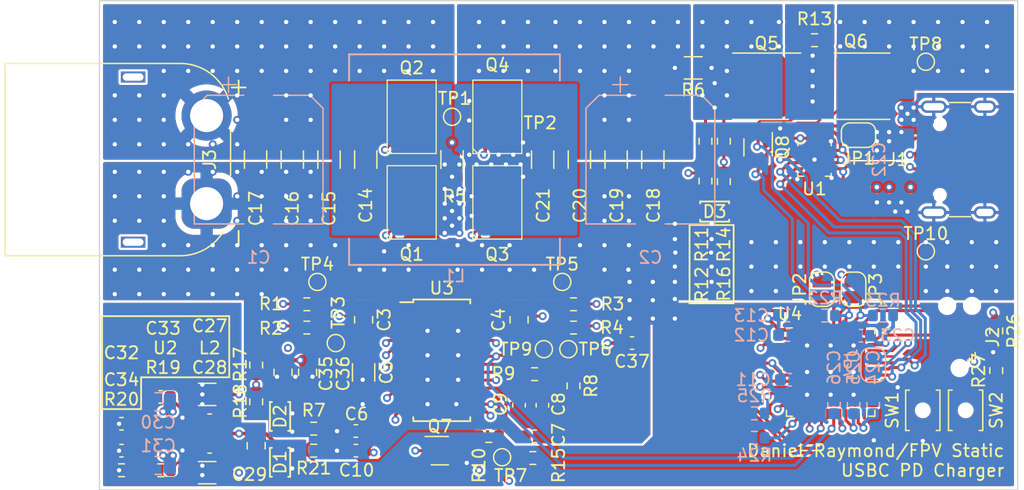
<source format=kicad_pcb>
(kicad_pcb (version 20221018) (generator pcbnew)
  (layers (0 "F.Cu" signal) (1 "In1.Cu" signal) (2 "In2.Cu" signal) (31 "B.Cu" signal) (34 "B.Paste" user) (35 "F.Paste" user) (36 "B.SilkS" user "B.Silkscreen") (37 "F.SilkS" user "F.Silkscreen") (38 "B.Mask" user) (39 "F.Mask" user) (44 "Edge.Cuts" user))
  (net 0 "")
  (net 1 "Net-(U3-BST1)")
  (net 2 "SW1")
  (net 3 "SW2")
  (net 4 "Net-(U3-BST2)")
  (net 5 "VDD")
  (net 6 "GND")
  (net 7 "/VREF")
  (net 8 "/SS")
  (net 9 "Net-(C8-Pad1)")
  (net 10 "/VC")
  (net 11 "/VCTRLI")
  (net 12 "/~{RST}")
  (net 13 "+3V3")
  (net 14 "Net-(U2-VCC)")
  (net 17 "LS")
  (net 18 "/G1")
  (net 19 "VS")
  (net 20 "/G2")
  (net 21 "/G3")
  (net 22 "IS")
  (net 23 "/G4")
  (net 24 "VD")
  (net 25 "Net-(Q5-G)")
  (net 26 "Net-(U3-BG1)")
  (net 27 "Net-(U3-TG1)")
  (net 28 "Net-(U3-BG2)")
  (net 29 "Net-(U3-TG2)")
  (net 30 "/EN")
  (net 31 "/RT")
  (net 32 "/~{PGOOD}")
  (net 33 "/FB")
  (net 34 "/CC1")
  (net 35 "/USB_DP")
  (net 36 "/CC2")
  (net 37 "Net-(JP1-A)")
  (net 38 "/INT_N")
  (net 39 "/SCL")
  (net 40 "/SDA")
  (net 41 "Net-(U2-BST)")
  (net 46 "Net-(U2-SW)")
  (net 47 "/VIN_SENSE")
  (net 48 "/VOUT_SENSE")
  (net 49 "/VCTRLV")
  (net 50 "/VADJ_AMP")
  (net 51 "Net-(U2-FB)")
  (net 52 "/VADJ")
  (net 53 "Net-(R27-Pad1)")
  (net 54 "/SWDIO")
  (net 55 "/ISAMP")
  (net 56 "/SWCLK")
  (net 58 "/~{RUN}")
  (net 65 "/BOOT0")
  (net 66 "/REGEN")
  (net 68 "/OUTDIS")
  (net 69 "/LOADEN")
  (net 72 "Net-(JP3-B)")
  (net 74 "/ISMON")
  (net 75 "/SYNC")
  (net 77 "/COM_S")
  (net 78 "Net-(JP2-B)")
  (net 80 "/VBUS")
  (net 81 "/USB_DN")
  (net 82 "/SWO")
  (net 83 "/VREF+")
  (footprint "Capacitor_SMD:C_0603_1608Metric" (layer "F.Cu") (at 13.8 46.6 180)
    (fp_text reference "C32")
    (fp_text value "1u" hide)
  )
  (footprint "Package_SO:TSSOP-28-1EP_4.4x9.7mm_P0.65mm" (layer "F.Cu") (at 39.96 41.41125)
    (fp_text reference "U3")
    (fp_text value "LT8390xFE" hide)
  )
  (footprint "Capacitor_SMD:C_0805_2012Metric" (layer "F.Cu") (at 46.275 38.1 90)
    (fp_text reference "C4")
    (fp_text value "0.47u" hide)
  )
  (footprint "Capacitor_SMD:C_0603_1608Metric" (layer "F.Cu") (at 55.5 40)
    (fp_text reference "C37")
    (fp_text value "1u")
  )
  (footprint "Resistor_SMD:R_0603_1608Metric" (layer "F.Cu") (at 13.8 50.4 180)
    (fp_text reference "R20")
    (fp_text value "43.2k" hide)
  )
  (footprint "TestPoint:TestPoint_Pad_D1.0mm" (layer "F.Cu") (at 45.8 25)
    (fp_text reference "TP2")
    (fp_text value "TestPoint_Small" hide)
  )
  (footprint "Library:CR_PLZ5V1C_VIS" (layer "F.Cu") (at 62.25 29.25 180)
    (fp_text reference "D3")
    (fp_text value "3.425")
  )
  (footprint "Jumper:SolderJumper-2_P1.3mm_Open_RoundedPad1.0x1.5mm" (layer "F.Cu") (at 71 35.6 -90)
    (fp_text reference "JP2")
    (fp_text value "SolderJumper_2_Open" hide)
  )
  (footprint "Resistor_SMD:R_0603_1608Metric" (layer "F.Cu") (at 28.94 36.83 180)
    (fp_text reference "R1")
    (fp_text value "1" hide)
  )
  (footprint "Library:RNX0012B" (layer "F.Cu") (at 17.175001 47.4 -90)
    (fp_text reference "U2")
    (fp_text value "LMR36006BRNXT" hide)
  )
  (footprint "Button_Switch_SMD:SW_SPST_B3U-1000P-B" (layer "F.Cu") (at 82.75 45.5 -90)
    (fp_text reference "SW2")
    (fp_text value "SW_MEC_5G")
  )
  (footprint "Resistor_SMD:R_0603_1608Metric" (layer "F.Cu") (at 61.5 23.5 90)
    (fp_text reference "R11")
    (fp_text value "36k" hide)
  )
  (footprint "Capacitor_SMD:C_1206_3216Metric" (layer "F.Cu") (at 57.2 25 -90)
    (fp_text reference "C18")
    (fp_text value "10u" hide)
  )
  (footprint "Package_DFN_QFN:WQFN-14-1EP_2.5x2.5mm_P0.5mm_EP1.45x1.45mm" (layer "F.Cu") (at 70.405 25 -90)
    (fp_text reference "U1")
    (fp_text value "FUSB302B01MPX" hide)
  )
  (footprint "Capacitor_SMD:C_1206_3216Metric" (layer "F.Cu") (at 48.2 25 -90)
    (fp_text reference "C21")
    (fp_text value "10u" hide)
  )
  (footprint "Resistor_SMD:R_0603_1608Metric" (layer "F.Cu") (at 50.72 36.83)
    (fp_text reference "R3")
    (fp_text value "1" hide)
  )
  (footprint "Capacitor_SMD:C_1206_3216Metric" (layer "F.Cu") (at 33.75 25 -90)
    (fp_text reference "C14")
    (fp_text value "10u" hide)
  )
  (footprint "Capacitor_SMD:C_1206_3216Metric" (layer "F.Cu") (at 27.75 25 -90)
    (fp_text reference "C16")
    (fp_text value "10u" hide)
  )
  (footprint "Library:ECP2302" (layer "F.Cu") (at 37.5 28.5 90)
    (fp_text reference "Q1")
    (fp_text value "NMOS" hide)
  )
  (footprint "Resistor_SMD:R_0603_1608Metric" (layer "F.Cu") (at 70.405 15.24 180)
    (fp_text reference "R13")
    (fp_text value "51k" hide)
  )
  (footprint "TestPoint:TestPoint_Pad_D1.0mm" (layer "F.Cu") (at 50.3 40.5)
    (fp_text reference "TP6")
    (fp_text value "TestPoint_Small" hide)
  )
  (footprint "Capacitor_SMD:C_0603_1608Metric" (layer "F.Cu") (at 32.94 47.19 180)
    (fp_text reference "C6")
    (fp_text value "0.47u" hide)
  )
  (footprint "Resistor_SMD:R_1206_3216Metric" (layer "F.Cu") (at 40.8 25 -90)
    (fp_text reference "R5")
    (fp_text value "5m" hide)
  )
  (footprint "Resistor_SMD:R_0603_1608Metric" (layer "F.Cu") (at 28.94 38.735 180)
    (fp_text reference "R2")
    (fp_text value "1" hide)
  )
  (footprint "Resistor_SMD:R_0603_1608Metric" (layer "F.Cu") (at 63 23.5 -90)
    (fp_text reference "R14")
    (fp_text value "100k" hide)
  )
  (footprint "TestPoint:TestPoint_Pad_D1.0mm" (layer "F.Cu") (at 29.8 35)
    (fp_text reference "TP4")
    (fp_text value "TestPoint_Small" hide)
  )
  (footprint "TestPoint:TestPoint_Pad_D1.0mm" (layer "F.Cu") (at 40.8 21.5)
    (fp_text reference "TP1")
    (fp_text value "TestPoint_Small" hide)
  )
  (footprint "Resistor_SMD:R_0603_1608Metric" (layer "F.Cu") (at 17 50.4 180)
    (fp_text reference "R19")
    (fp_text value "100k" hide)
  )
  (footprint "Package_DFN_QFN:QFN-48-1EP_7x7mm_P0.5mm_EP5.6x5.6mm" (layer "F.Cu") (at 71.725 42.37)
    (fp_text reference "U4")
    (fp_text value "STM32G431C6Ux" hide)
  )
  (footprint "Capacitor_SMD:C_0603_1608Metric" (layer "F.Cu") (at 47.545 47.625)
    (fp_text reference "C7")
    (fp_text value "0.1u" hide)
  )
  (footprint "Connector_USB:USB_C_Receptacle_GCT_USB4105-xx-A_16P_TopMnt_Horizontal" (layer "F.Cu") (at 83.25 25 90)
    (fp_text reference "J1")
    (fp_text value "USB_C_Receptacle_USB2.0" hide)
  )
  (footprint "Capacitor_SMD:C_1206_3216Metric" (layer "F.Cu") (at 51.2 25 -90)
    (fp_text reference "C20")
    (fp_text value "10u" hide)
  )
  (footprint "Capacitor_SMD:C_0603_1608Metric" (layer "F.Cu") (at 48.18 45.085 -90)
    (fp_text reference "C8")
    (fp_text value "4.7n" hide)
  )
  (footprint "Resistor_SMD:R_0603_1608Metric" (layer "F.Cu") (at 85.25 39 -90)
    (fp_text reference "R26")
    (fp_text value "10k")
  )
  (footprint "Capacitor_SMD:C_0603_1608Metric" (layer "F.Cu") (at 13.8 48.8 180)
    (fp_text reference "C34")
    (fp_text value "20p" hide)
  )
  (footprint "Resistor_SMD:R_0603_1608Metric" (layer "F.Cu") (at 24.8 41.8 -90)
    (fp_text reference "R17")
    (fp_text value "100k" hide)
  )
  (footprint "Resistor_SMD:R_0603_1608Metric" (layer "F.Cu") (at 47.4 49.4)
    (fp_text reference "R15")
    (fp_text value "752" hide)
  )
  (footprint "Package_TO_SOT_SMD:SOT-363_SC-70-6" (layer "F.Cu") (at 65.8 24 -90)
    (fp_text reference "Q8")
    (fp_text value "Q_Dual_NMOS_S1G1D2S2G2D1")
  )
  (footprint "Library:ECP2302" (layer "F.Cu") (at 37.5 21.5 90)
    (fp_text reference "Q2")
    (fp_text value "NMOS" hide)
  )
  (footprint "Resistor_SMD:R_0603_1608Metric" (layer "F.Cu") (at 63 26.8 -90)
    (fp_text reference "R16")
    (fp_text value "5820" hide)
  )
  (footprint "Resistor_SMD:R_0603_1608Metric" (layer "F.Cu") (at 50.72 38.735)
    (fp_text reference "R4")
    (fp_text value "1" hide)
  )
  (footprint "Capacitor_SMD:C_1206_3216Metric" (layer "F.Cu") (at 54.2 25 -90)
    (fp_text reference "C19")
    (fp_text value "10u" hide)
  )
  (footprint "Library:ECP2302" (layer "F.Cu") (at 44.5 28.5 90)
    (fp_text reference "Q3")
    (fp_text value "NMOS" hide)
  )
  (footprint "Capacitor_SMD:C_0805_2012Metric" (layer "F.Cu") (at 26.99 42.4 90)
    (fp_text reference "C35")
    (fp_text value "0.47u" hide)
  )
  (footprint "Capacitor_SMD:C_0603_1608Metric" (layer "F.Cu") (at 32.94 48.8 180)
    (fp_text reference "C10")
    (fp_text value "4.7u" hide)
  )
  (footprint "Resistor_SMD:R_0603_1608Metric" (layer "F.Cu") (at 61.5 26.75 90)
    (fp_text reference "R12")
    (fp_text value "9k" hide)
  )
  (footprint "Resistor_SMD:R_0603_1608Metric" (layer "F.Cu") (at 29.5 47)
    (fp_text reference "R7")
    (fp_text value "100k" hide)
  )
  (footprint "Capacitor_SMD:C_1206_3216Metric" (layer "F.Cu") (at 33.575 42.4 -90)
    (fp_text reference "C5")
    (fp_text value "10u" hide)
  )
  (footprint "Button_Switch_SMD:SW_SPST_B3U-1000P-B" (layer "F.Cu") (at 79.25 45.5 90)
    (fp_text reference "SW1")
    (fp_text value "SW_MEC_5G" hide)
  )
  (footprint "TestPoint:TestPoint_Pad_D1.0mm" (layer "F.Cu") (at 79.5 32.5)
    (fp_text reference "TP10")
    (fp_text value "TestPoint_Small")
  )
  (footprint "Capacitor_SMD:C_1206_3216Metric" (layer "F.Cu") (at 20.8 44.2 180)
    (fp_text reference "C27")
    (fp_text value "10u" hide)
  )
  (footprint "Capacitor_SMD:C_0805_2012Metric" (layer "F.Cu") (at 33.575 38.1 -90)
    (fp_text reference "C3")
    (fp_text value "0.47u" hide)
  )
  (footprint "Resistor_SMD:R_0603_1608Metric" (layer "F.Cu") (at 43.8 47.6)
    (fp_text reference "R10")
    (fp_text value "100k" hide)
  )
  (footprint "TestPoint:TestPoint_Pad_D1.0mm" (layer "F.Cu") (at 44.889279 49.337045)
    (fp_text reference "TP7")
    (fp_text value "TestPoint_Small" hide)
  )
  (footprint "Connector:Tag-Connect_TC2030-IDC-NL_2x03_P1.27mm_Vertical" (layer "F.Cu") (at 82.26 39.5 90)
    (fp_text reference "J2")
    (fp_text value "Conn_ARM_SWD_TagConnect_TC2030" hide)
  )
  (footprint "Capacitor_SMD:C_0603_1608Metric" (layer "F.Cu") (at 46.275 45.085 -90)
    (fp_text reference "C9")
    (fp_text value "100p" hide)
  )
  (footprint "TestPoint:TestPoint_Pad_D1.0mm" (layer "F.Cu") (at 79.5 17)
    (fp_text reference "TP8")
    (fp_text value "TestPoint_Small")
  )
  (footprint "Connector_AMASS:AMASS_XT60PW-M_1x02_P7.20mm_Horizontal" (layer "F.Cu") (at 20.75 28.6 90)
    (fp_text reference "J3")
    (fp_text value "XT60_M" hide)
  )
  (footprint "Library:CR_PLZ5V1C_VIS" (layer "F.Cu") (at 26.75 46 -90)
    (fp_text reference "D2")
    (fp_text value "3.425")
  )
  (footprint "Capacitor_SMD:C_0603_1608Metric" (layer "F.Cu") (at 17 44.4)
    (fp_text reference "C33")
    (fp_text value "100n" hide)
  )
  (footprint "Capacitor_SMD:C_0805_2012Metric" (layer "F.Cu") (at 29 42.4 90)
    (fp_text reference "C36")
    (fp_text value "0.47u" hide)
  )
  (footprint "Package_DFN_QFN:AO_DFN-8-1EP_5.55x5.2mm_P1.27mm_EP4.12x4.6mm" (layer "F.Cu") (at 73.785 19)
    (fp_text reference "Q6")
    (fp_text value "NTMFS002P03" hide)
  )
  (footprint "Capacitor_SMD:C_1206_3216Metric" (layer "F.Cu") (at 20.8 50.6 180)
    (fp_text reference "C28")
    (fp_text value "10u" hide)
  )
  (footprint "Library:ECP2302" (layer "F.Cu") (at 44.5 21.5 90)
    (fp_text reference "Q4")
    (fp_text value "NMOS" hide)
  )
  (footprint "TestPoint:TestPoint_Pad_D1.0mm" (layer "F.Cu") (at 48.3 40.5)
    (fp_text reference "TP9")
    (fp_text value "TestPoint_Small" hide)
  )
  (footprint "Package_DFN_QFN:AO_DFN-8-1EP_5.55x5.2mm_P1.27mm_EP4.12x4.6mm" (layer "F.Cu") (at 66.5 19 180)
    (fp_text reference "Q5")
    (fp_text value "NTMFS002P03" hide)
  )
  (footprint "Inductor_SMD:L_Wuerth_MAPI-3015" (layer "F.Cu") (at 21 47.4)
    (fp_text reference "L2")
    (fp_text value "33u" hide)
  )
  (footprint "Library:CR_PLZ5V1C_VIS" (layer "F.Cu") (at 26.75 49.75 -90)
    (fp_text reference "D1")
    (fp_text value "3.425")
  )
  (footprint "Package_TO_SOT_SMD:SOT-363_SC-70-6" (layer "F.Cu") (at 39.8 48.8)
    (fp_text reference "Q7")
    (fp_text value "Q_Dual_NMOS_S1G1D2S2G2D1")
  )
  (footprint "TestPoint:TestPoint_Pad_D1.0mm" (layer "F.Cu") (at 31.3 40)
    (fp_text reference "TP3")
    (fp_text value "TestPoint_Small" hide)
  )
  (footprint "Capacitor_SMD:C_0805_2012Metric" (layer "F.Cu") (at 24.8 48.4 90)
    (fp_text reference "C29")
    (fp_text value "0.47u" hide)
  )
  (footprint "Resistor_SMD:R_0603_1608Metric" (layer "F.Cu") (at 85.25 42.25 90)
    (fp_text reference "R27")
    (fp_text value "10k")
  )
  (footprint "Resistor_SMD:R_0603_1608Metric" (layer "F.Cu") (at 24.8 44.8 -90)
    (fp_text reference "R18")
    (fp_text value "5820" hide)
  )
  (footprint "Jumper:SolderJumper-2_P1.3mm_Bridged2Bar_RoundedPad1.0x1.5mm" (layer "F.Cu") (at 74 23)
    (fp_text reference "JP1")
    (fp_text value "SolderJumper_2_Bridged" hide)
  )
  (footprint "Capacitor_SMD:C_1206_3216Metric" (layer "F.Cu") (at 24.75 25 -90)
    (fp_text reference "C17")
    (fp_text value "10u" hide)
  )
  (footprint "TestPoint:TestPoint_Pad_D1.0mm" (layer "F.Cu") (at 49.8 35)
    (fp_text reference "TP5")
    (fp_text value "TestPoint_Small" hide)
  )
  (footprint "Resistor_SMD:R_0603_1608Metric" (layer "F.Cu") (at 50.72 43.5 -90)
    (fp_text reference "R8")
    (fp_text value "51k" hide)
  )
  (footprint "Resistor_SMD:R_0603_1608Metric" (layer "F.Cu") (at 29.5 48.8 180)
    (fp_text reference "R21")
    (fp_text value "33k" hide)
  )
  (footprint "Resistor_SMD:R_0603_1608Metric" (layer "F.Cu") (at 47.545 42.545)
    (fp_text reference "R9")
    (fp_text value "27k" hide)
  )
  (footprint "Jumper:SolderJumper-2_P1.3mm_Open_RoundedPad1.0x1.5mm" (layer "F.Cu") (at 73.6 35.6 -90)
    (fp_text reference "JP3")
    (fp_text value "SolderJumper_2_Open" hide)
  )
  (footprint "Capacitor_SMD:C_1206_3216Metric" (layer "F.Cu") (at 30.75 25 -90)
    (fp_text reference "C15")
    (fp_text value "10u" hide)
  )
  (footprint "Resistor_SMD:R_1206_3216Metric" (layer "F.Cu") (at 60.5 17.5 180)
    (fp_text reference "R6")
    (fp_text value "20m" hide)
  )
  (footprint "Capacitor_SMD:CP_Elec_10x7.9" (layer "B.Cu") (at 57 25 -90)
    (fp_text reference "C2")
    (fp_text value "82u" hide)
  )
  (footprint "Capacitor_SMD:CP_Elec_10x7.9" (layer "B.Cu") (at 25 25 -90)
    (fp_text reference "C1")
    (fp_text value "82u" hide)
  )
  (footprint "Capacitor_SMD:C_0805_2012Metric" (layer "B.Cu") (at 74 25 90)
    (fp_text reference "C22")
    (fp_text value "0.47u" hide)
  )
  (footprint "Resistor_SMD:R_0603_1608Metric" (layer "B.Cu") (at 65.5 45.75 180)
    (fp_text reference "R25")
    (fp_text value "100k")
  )
  (footprint "Resistor_SMD:R_0603_1608Metric" (layer "B.Cu") (at 76 37.75)
    (fp_text reference "R23")
    (fp_text value "100k")
  )
  (footprint "Capacitor_SMD:C_0603_1608Metric" (layer "B.Cu") (at 72 45 90)
    (fp_text reference "C26")
    (fp_text value "100n" hide)
  )
  (footprint "Jumper:SolderJumper-2_P1.3mm_Open_RoundedPad1.0x1.5mm" (layer "B.Cu") (at 75.2 41.8 -90)
    (fp_text reference "JP4")
    (fp_text value "SolderJumper_2_Open")
  )
  (footprint "Capacitor_SMD:C_0603_1608Metric" (layer "B.Cu") (at 68.25 39.35)
    (fp_text reference "C12")
    (fp_text value "0.1u" hide)
  )
  (footprint "Capacitor_SMD:C_0603_1608Metric" (layer "B.Cu") (at 68.25 37.75)
    (fp_text reference "C13")
    (fp_text value "0.1u" hide)
  )
  (footprint "Capacitor_SMD:C_0603_1608Metric" (layer "B.Cu") (at 68.4 43)
    (fp_text reference "C11")
    (fp_text value "100n" hide)
  )
  (footprint "Capacitor_SMD:C_0603_1608Metric" (layer "B.Cu") (at 73.6 45 90)
    (fp_text reference "C25")
    (fp_text value "0.47u" hide)
  )
  (footprint "Resistor_SMD:R_0603_1608Metric" (layer "B.Cu") (at 71.25 37.75 180)
    (fp_text reference "R22")
    (fp_text value "100k")
  )
  (footprint "Capacitor_SMD:C_0805_2012Metric" (layer "B.Cu") (at 16.8 44.8)
    (fp_text reference "C30")
    (fp_text value "0.47u" hide)
  )
  (footprint "Inductor_SMD:L_Vishay_IHLP-6767" (layer "B.Cu") (at 41 25)
    (fp_text reference "L1")
    (fp_text value "4.7u" hide)
  )
  (footprint "Resistor_SMD:R_0603_1608Metric" (layer "B.Cu") (at 65.5 47.75)
    (fp_text reference "R24")
    (fp_text value "100k")
  )
  (footprint "Capacitor_SMD:C_0603_1608Metric" (layer "B.Cu") (at 75.2 45 90)
    (fp_text reference "C24")
    (fp_text value "0.1u" hide)
  )
  (footprint "Capacitor_SMD:C_0805_2012Metric" (layer "B.Cu") (at 16.8 50)
    (fp_text reference "C31")
    (fp_text value "0.47u" hide)
  )
  (footprint "Capacitor_SMD:C_0603_1608Metric" (layer "B.Cu") (at 74.2 39.4 180)
    (fp_text reference "C23")
    (fp_text value "0.1u" hide)
  )
  (gr_line (start 60.2 36.75) (end 63.8 36.75) (stroke (width 0.15)) (layer "F.SilkS"))
  (gr_line (start 63.8 30.35) (end 60.2 30.35) (stroke (width 0.15)) (layer "F.SilkS"))
  (gr_line (start 12.2 45.4) (end 15.2 45.4) (stroke (width 0.15)) (layer "F.SilkS"))
  (gr_line (start 22.6 37.8) (end 12.2 37.8) (stroke (width 0.15)) (layer "F.SilkS"))
  (gr_line (start 15.4 42.8) (end 22.6 42.8) (stroke (width 0.15)) (layer "F.SilkS"))
  (gr_line (start 63.8 36.75) (end 63.8 30.35) (stroke (width 0.15)) (layer "F.SilkS"))
  (gr_line (start 22.6 42.8) (end 22.6 37.8) (stroke (width 0.15)) (layer "F.SilkS"))
  (gr_line locked (start 15.2 45.4) (end 15.4 45.4) (stroke (width 0.15)) (layer "F.SilkS"))
  (gr_line (start 12.2 40) (end 12.2 45.4) (stroke (width 0.15)) (layer "F.SilkS"))
  (gr_line (start 12.2 37.8) (end 12.2 40) (stroke (width 0.15)) (layer "F.SilkS"))
  (gr_line (start 60.2 30.35) (end 60.2 36.75) (stroke (width 0.15)) (layer "F.SilkS"))
  (gr_line (start 15.4 45.4) (end 15.4 42.8) (stroke (width 0.15)) (layer "F.SilkS"))
  (gr_line (start 12 52) (end 87 52) (stroke (width 0.1)) (layer "Edge.Cuts"))
  (gr_line (start 87 12) (end 12 12) (stroke (width 0.1)) (layer "Edge.Cuts"))
  (gr_line (start 12 12) (end 12 52) (stroke (width 0.1)) (layer "Edge.Cuts"))
  (gr_line (start 87 52) (end 87 12) (stroke (width 0.1)) (layer "Edge.Cuts"))
  (gr_text "Daniel Raymond/FPV Static\nUSBC PD Charger" (at 86 51) (layer "F.SilkS") (effects (font (size 1 1)) (justify right bottom)))
  (segment (start 33.575 37.15) (end 34.26125 37.83625) (width 0.25) (layer "F.Cu") (net 1))
  (segment (start 34.26125 37.83625) (end 37.11 37.83625) (width 0.25) (layer "F.Cu") (net 1))
  (segment (start 34.13875 38.48625) (end 37.11 38.48625) (width 0.25) (layer "F.Cu") (net 2))
  (segment (start 35.61375 39.78625) (end 37.11 39.78625) (width 0.25) (layer "F.Cu") (net 2))
  (segment (start 33.575 39.05) (end 34.13875 38.48625) (width 0.25) (layer "F.Cu") (net 2))
  (segment (start 32.325 37.8) (end 33.575 39.05) (width 0.25) (layer "F.Cu") (net 2))
  (segment (start 31.6 37.8) (end 32.325 37.8) (width 0.25) (layer "F.Cu") (net 2))
  (segment (start 35.4 40) (end 35.61375 39.78625) (width 0.25) (layer "F.Cu") (net 2))
  (via (at 31.6 37.8) (size 0.65) (drill 0.35) (layers "F.Cu" "B.Cu") (net 2))
  (via (at 35.4 40) (size 0.65) (drill 0.35) (layers "F.Cu" "B.Cu") (net 2))
  (via (at 40.8 23.6) (size 0.65) (drill 0.35) (layers "F.Cu" "B.Cu") (net 2))
  (segment (start 48.2 37.8) (end 47.525 37.8) (width 0.25) (layer "F.Cu") (net 3))
  (segment (start 46.275 39.05) (end 45.71125 38.48625) (width 0.25) (layer "F.Cu") (net 3))
  (segment (start 45.71125 38.48625) (end 42.81 38.48625) (width 0.25) (layer "F.Cu") (net 3))
  (segment (start 47.525 37.8) (end 46.275 39.05) (width 0.25) (layer "F.Cu") (net 3))
  (via (at 45.2 25.4) (size 0.65) (drill 0.35) (layers "F.Cu" "B.Cu") (net 3))
  (via (at 44.6 24.6) (size 0.65) (drill 0.35) (layers "F.Cu" "B.Cu") (net 3))
  (via (at 46.4 25.4) (size 0.65) (drill 0.35) (layers "F.Cu" "B.Cu") (net 3))
  (via (at 42.8 25.4) (size 0.65) (drill 0.35) (layers "F.Cu" "B.Cu") (net 3))
  (via (at 44 25.4) (size 0.65) (drill 0.35) (layers "F.Cu" "B.Cu") (net 3))
  (via (at 42.4 28) (size 0.65) (drill 0.35) (layers "F.Cu" "B.Cu") (net 3))
  (via (at 48.2 37.8) (size 0.65) (drill 0.35) (layers "F.Cu" "B.Cu") (net 3))
  (via (at 45.8 24.6) (size 0.65) (drill 0.35) (layers "F.Cu" "B.Cu") (net 3))
  (via (at 46.6 23.6) (size 0.65) (drill 0.35) (layers "F.Cu" "B.Cu") (net 3))
  (via (at 42.2 24.6) (size 0.65) (drill 0.35) (layers "F.Cu" "B.Cu") (net 3))
  (via (at 42.2 21.8) (size 0.65) (drill 0.35) (layers "F.Cu" "B.Cu") (net 3))
  (via (at 42.4 29.6) (size 0.65) (drill 0.35) (layers "F.Cu" "B.Cu") (net 3))
  (via (at 47 24.6) (size 0.65) (drill 0.35) (layers "F.Cu" "B.Cu") (net 3))
  (via (at 46.6 26.4) (size 0.65) (drill 0.35) (layers "F.Cu" "B.Cu") (net 3))
  (via (at 42.2 20.2) (size 0.65) (drill 0.35) (layers "F.Cu" "B.Cu") (net 3))
  (segment (start 45.58875 37.83625) (end 42.81 37.83625) (width 0.25) (layer "F.Cu") (net 4))
  (segment (start 46.275 37.15) (end 45.58875 37.83625) (width 0.25) (layer "F.Cu") (net 4))
  (segment (start 36.26375 41.73625) (end 36.05 41.95) (width 0.25) (layer "F.Cu") (net 5))
  (segment (start 35.130761 42.65) (end 34.75 42.269239) (width 0.25) (layer "F.Cu") (net 5))
  (segment (start 37.11 41.73625) (end 36.26375 41.73625) (width 0.25) (layer "F.Cu") (net 5))
  (segment (start 34.75 41.14) (end 34.365 40.755) (width 0.25) (layer "F.Cu") (net 5))
  (segment (start 35.669239 42.65) (end 35.130761 42.65) (width 0.25) (layer "F.Cu") (net 5))
  (segment (start 36.05 41.95) (end 36.05 42.269239) (width 0.25) (layer "F.Cu") (net 5))
  (segment (start 34.75 42.269239) (end 34.75 41.14) (width 0.25) (layer "F.Cu") (net 5))
  (segment (start 36.05 42.269239) (end 35.669239 42.65) (width 0.25) (layer "F.Cu") (net 5))
  (segment (start 85.25 40.9995) (end 85 40.7495) (width 0.25) (layer "F.Cu") (net 6))
  (segment (start 85.25 41.425) (end 85.25 41) (width 0.25) (layer "F.Cu") (net 6))
  (segment (start 85.25 41) (end 85.25 40.9995) (width 0.25) (layer "F.Cu") (net 6))
  (via (at 29.25 28) (size 0.65) (drill 0.35) (layers "F.Cu" "B.Cu") (net 6))
  (via (at 75.25 47.9505) (size 0.65) (drill 0.35) (layers "F.Cu" "B.Cu") (net 6))
  (via (at 67.25 33.75) (size 0.65) (drill 0.35) (layers "F.Cu" "B.Cu") (net 6))
  (via (at 59 31.5) (size 0.65) (drill 0.35) (layers "F.Cu" "B.Cu") (net 6))
  (via (at 55.25 28) (size 0.65) (drill 0.35) (layers "F.Cu" "B.Cu") (net 6))
  (via (at 55.3 36.5) (size 0.65) (drill 0.35) (layers "F.Cu" "B.Cu") (net 6))
  (via (at 23.25 34) (size 0.65) (drill 0.35) (layers "F.Cu" "B.Cu") (net 6))
  (via (at 31.4 47.2) (size 0.65) (drill 0.35) (layers "F.Cu" "B.Cu") (net 6))
  (via (at 83.25 31.75) (size 0.65) (drill 0.35) (layers "F.Cu" "B.Cu") (net 6))
  (via (at 79.5 35.75) (size 0.65) (drill 0.35) (layers "F.Cu" "B.Cu") (net 6))
  (via (at 27.75 50.25) (size 0.65) (drill 0.35) (layers "F.Cu" "B.Cu") (net 6))
  (via (at 38.8 43) (size 0.65) (drill 0.35) (layers "F.Cu" "B.Cu") (net 6))
  (via (at 13.6 48.8) (size 0.65) (drill 0.35) (layers "F.Cu" "B.Cu") (net 6))
  (via (at 15.25 34) (size 0.65) (drill 0.35) (layers "F.Cu" "B.Cu") (net 6))
  (via (at 53.25 34) (size 0.65) (drill 0.35) (layers "F.Cu" "B.Cu") (net 6))
  (via (at 55.2 34) (size 0.65) (drill 0.35) (layers "F.Cu" "B.Cu") (net 6))
  (via (at 79.5 31.75) (size 0.65) (drill 0.35) (layers "F.Cu" "B.Cu") (net 6))
  (via (at 59 35) (size 0.65) (drill 0.35) (layers "F.Cu" "B.Cu") (net 6))
  (via (at 17.25 36) (size 0.65) (drill 0.35) (layers "F.Cu" "B.Cu") (net 6))
  (via (at 13.25 36) (size 0.65) (drill 0.35) (layers "F.Cu" "B.Cu") (net 6))
  (via (at 17.25 28) (size 0.65) (drill 0.35) (layers "F.Cu" "B.Cu") (net 6))
  (via (at 53.25 30) (size 0.65) (drill 0.35) (layers "F.Cu" "B.Cu") (net 6))
  (via (at 27.25 30) (size 0.65) (drill 0.35) (layers "F.Cu" "B.Cu") (net 6))
  (via (at 38.8 45) (size 0.65) (drill 0.35) (layers "F.Cu" "B.Cu") (net 6))
  (via (at 43.25 32) (size 0.65) (drill 0.35) (layers "F.Cu" "B.Cu") (net 6))
  (via (at 23.25 32) (size 0.65) (drill 0.35) (layers "F.Cu" "B.Cu") (net 6))
  (via (at 15.25 30) (size 0.65) (drill 0.35) (layers "F.Cu" "B.Cu") (net 6))
  (via (at 33.5 43) (size 0.65) (drill 0.35) (layers "F.Cu" "B.Cu") (net 6))
  (via (at 69.8 40.2) (size 0.65) (drill 0.35) (layers "F.Cu" "B.Cu") (net 6))
  (via (at 69 26.6) (size 0.65) (drill 0.35) (layers "F.Cu" "B.Cu") (net 6))
  (via (at 55.25 32) (size 0.65) (drill 0.35) (layers "F.Cu" "B.Cu") (net 6))
  (via (at 73.25 31.75) (size 0.65) (drill 0.35) (layers "F.Cu" "B.Cu") (net 6))
  (via (at 13.6 46.6) (size 0.65) (drill 0.35) (layers "F.Cu" "B.Cu") (net 6))
  (via (at 37.25 34) (size 0.65) (drill 0.35) (layers "F.Cu" "B.Cu") (net 6))
  (via (at 27.25 26) (size 0.65) (drill 0.35) (layers "F.Cu" "B.Cu") (net 6))
  (via (at 23.25 28) (size 0.65) (drill 0.35) (layers "F.Cu" "B.Cu") (net 6))
  (via (at 77.5 21.75) (size 0.65) (drill 0.35) (layers "F.Cu" "B.Cu") (net 6))
  (via (at 69.8 42.37) (size 0.65) (drill 0.35) (layers "F.Cu" "B.Cu") (net 6))
  (via (at 13.25 30) (size 0.65) (drill 0.35) (layers "F.Cu" "B.Cu") (net 6))
  (via (at 29.25 30) (size 0.65) (drill 0.35) (layers "F.Cu" "B.Cu") (net 6))
  (via (at 27.25 34) (size 0.65) (drill 0.35) (layers "F.Cu" "B.Cu") (net 6))
  (via (at 85.25 33.75) (size 0.65) (drill 0.35) (layers "F.Cu" "B.Cu") (net 6))
  (via (at 59 36.4) (size 0.65) (drill 0.35) (layers "F.Cu" "B.Cu") (net 6))
  (via (at 81.25 35.75) (size 0.65) (drill 0.35) (layers "F.Cu" "B.Cu") (net 6))
  (via (at 19.25 32) (size 0.65) (drill 0.35) (layers "F.Cu" "B.Cu") (net 6))
  (via (at 43.25 34) (size 0.65) (drill 0.35) (layers "F.Cu" "B.Cu") (net 6))
  (via (at 15.25 28) (size 0.65) (drill 0.35) (layers "F.Cu" "B.Cu") (net 6))
  (via (at 85.25 35.75) (size 0.65) (drill 0.35) (layers "F.Cu" "B.Cu") (net 6))
  (via (at 31.25 32) (size 0.65) (drill 0.35) (layers "F.Cu" "B.Cu") (net 6))
  (via (at 59 30.25) (size 0.65) (drill 0.35) (layers "F.Cu" "B.Cu") (net 6))
  (via (at 71.25 31.75) (size 0.65) (drill 0.35) (layers "F.Cu" "B.Cu") (net 6))
  (via (at 71.725 44.225) (size 0.65) (drill 0.35) (layers "F.Cu" "B.Cu") (net 6))
  (via (at 25.25 34) (size 0.65) (drill 0.35) (layers "F.Cu" "B.Cu") (net 6))
  (via (at 20.4 45) (size 0.65) (drill 0.35) (layers "F.Cu" "B.Cu") (net 6))
  (via (at 62 31.5) (size 0.65) (drill 0.35) (layers "F.Cu" "B.Cu") (net 6))
  (via (at 21.25 34) (size 0.65) (drill 0.35) (layers "F.Cu" "B.Cu") (net 6))
  (via (at 65.25 35.75) (size 0.65) (drill 0.35) (layers "F.Cu" "B.Cu") (net 6))
  (via (at 21.25 32) (size 0.65) (drill 0.35) (layers "F.Cu" "B.Cu") (net 6))
  (via (at 18.7755 46.101019) (size 0.65) (drill 0.35) (layers "F.Cu" "B.Cu") (net 6))
  (via (at 77.25 33.75) (size 0.65) (drill 0.35) (layers "F.Cu" "B.Cu") (net 6))
  (via (at 55.25 30) (size 0.65) (drill 0.35) (layers "F.Cu" "B.Cu") (net 6))
  (via (at 27.25 28) (size 0.65) (drill 0.35) (layers "F.Cu" "B.Cu") (net 6))
  (via (at 77 29.25) (size 0.65) (drill 0.35) (layers "F.Cu" "B.Cu") (net 6))
  (via (at 25.25 32) (size 0.65) (drill 0.35) (layers "F.Cu" "B.Cu") (net 6))
  (via (at 38.8 41) (size 0.65) (drill 0.35) (layers "F.Cu" "B.Cu") (net 6))
  (via (at 47.5 34) (size 0.65) (drill 0.35) (layers "F.Cu" "B.Cu") (net 6))
  (via (at 23.25 36) (size 0.65) (drill 0.35) (layers "F.Cu" "B.Cu") (net 6))
  (via (at 75.5 28.5) (size 0.65) (drill 0.35) (layers "F.Cu" "B.Cu") (net 6))
  (via (at 33.25 34) (size 0.65) (drill 0.35) (layers "F.Cu" "B.Cu") (net 6))
  (via (at 85.25 31.75) (size 0.65) (drill 0.35) (layers "F.Cu" "B.Cu") (net 6))
  (via (at 20.4 50.0245) (size 0.65) (drill 0.35) (layers "F.Cu" "B.Cu") (net 6))
  (via (at 19.25 36) (size 0.65) (drill 0.35) (layers "F.Cu" "B.Cu") (net 6))
  (via (at 57.2 36.5) (size 0.65) (drill 0.35) (layers "F.Cu" "B.Cu") (net 6))
  (via (at 27.75 47.25) (size 0.65) (drill 0.35) (layers "F.Cu" "B.Cu") (net 6))
  (via (at 77.2 43.6138) (size 0.65) (drill 0.35) (layers "F.Cu" "B.Cu") (net 6))
  (via (at 35.25 32.5) (size 0.65) (drill 0.35) (layers "F.Cu" "B.Cu") (net 6))
  (via (at 53.25 32) (size 0.65) (drill 0.35) (layers "F.Cu" "B.Cu") (net 6))
  (via (at 23.25 26) (size 0.65) (drill 0.35) (layers "F.Cu" "B.Cu") (net 6))
  (via (at 83.25 35.75) (size 0.65) (drill 0.35) (layers "F.Cu" "B.Cu") (net 6))
  (via (at 28 42.7505) (size 0.65) (drill 0.35) (layers "F.Cu" "B.Cu") (net 6))
  (via (at 38.8 39) (size 0.65) (drill 0.35) (layers "F.Cu" "B.Cu") (net 6))
  (via (at 19.25 34) (size 0.65) (drill 0.35) (layers "F.Cu" "B.Cu") (net 6))
  (via (at 33.5 45) (size 0.65) (drill 0.35) (layers "F.Cu" "B.Cu") (net 6))
  (via (at 37.25 32) (size 0.65) (drill 0.35) (layers "F.Cu" "B.Cu") (net 6))
  (via (at 78.5 21.75) (size 0.65) (drill 0.35) (layers "F.Cu" "B.Cu") (net 6))
  (via (at 25.25 26) (size 0.65) (drill 0.35) (layers "F.Cu" "B.Cu") (net 6))
  (via (at 77.25 31.75) (size 0.65) (drill 0.35) (layers "F.Cu" "B.Cu") (net 6))
  (via (at 21.25 26) (size 0.65) (drill 0.35) (layers "F.Cu" "B.Cu") (net 6))
  (via (at 62 33.75) (size 0.65) (drill 0.35) (layers "F.Cu" "B.Cu") (net 6))
  (via (at 77.5 20.75) (size 0.65) (drill 0.35) (layers "F.Cu" "B.Cu") (net 6))
  (via (at 27.25 32) (size 0.65) (drill 0.35) (layers "F.Cu" "B.Cu") (net 6))
  (via (at 17.25 26) (size 0.65) (drill 0.35) (layers "F.Cu" "B.Cu") (net 6))
  (via (at 17.25 32) (size 0.65) (drill 0.35) (layers "F.Cu" "B.Cu") (net 6))
  (via (at 13.25 28) (size 0.65) (drill 0.35) (layers "F.Cu" "B.Cu") (net 6))
  (via (at 79.25 48) (size 0.65) (drill 0.35) (layers "F.Cu" "B.Cu") (net 6))
  (via (at 81.25 31.75) (size 0.65) (drill 0.35) (layers "F.Cu" "B.Cu") (net 6))
  (via (at 51.25 32) (size 0.65) (drill 0.35) (layers "F.Cu" "B.Cu") (net 6))
  (via (at 83.25 33.75) (size 0.65) (drill 0.35) (layers "F.Cu" "B.Cu") (net 6))
  (via (at 23.25 30) (size 0.65) (drill 0.35) (layers "F.Cu" "B.Cu") (net 6))
  (via (at 20.4 43.4) (size 0.65) (drill 0.35) (layers "F.Cu" "B.Cu") (net 6))
  (via (at 20.4 50.8) (size 0.65) (drill 0.35) (layers "F.Cu" "B.Cu") (net 6))
  (via (at 75.25 33.75) (size 0.65) (drill 0.35) (layers "F.Cu" "B.Cu") (net 6))
  (via (at 69.25 31.75) (size 0.65) (drill 0.35) (layers "F.Cu" "B.Cu") (net 6))
  (via (at 62 35) (size 0.65) (drill 0.35) (layers "F.Cu" "B.Cu") (net 6))
  (via (at 55.3 35) (size 0.65) (drill 0.35) (layers "F.Cu" "B.Cu") (net 6))
  (via (at 41.1505 45) (size 0.65) (drill 0.35) (layers "F.Cu" "B.Cu") (net 6))
  (via (at 67.25 35.75) (size 0.65) (drill 0.35) (layers "F.Cu" "B.Cu") (net 6))
  (via (at 15.25 36) (size 0.65) (drill 0.35) (layers "F.Cu" "B.Cu") (net 6))
  (via (at 29.25 32) (size 0.65) (drill 0.35) (layers "F.Cu" "B.Cu") (net 6))
  (via (at 31.4 48.8) (size 0.65) (drill 0.35) (layers "F.Cu" "B.Cu") (net 6))
  (via (at 18.7755 48.7755) (size 0.65) (drill 0.35) (layers "F.Cu" "B.Cu") (net 6))
  (via (at 79.5 33.75) (size 0.65) (drill 0.35) (layers "F.Cu" "B.Cu") (net 6))
  (via (at 42 49.8) (size 0.65) (drill 0.35) (layers "F.Cu" "B.Cu") (net 6))
  (via (at 41.3 43) (size 0.65) (drill 0.35) (layers "F.Cu" "B.Cu") (net 6))
  (via (at 71.725 42.37) (size 0.65) (drill 0.35) (layers "F.Cu" "B.Cu") (net 6))
  (via (at 71.8 26.5) (size 0.65) (drill 0.35) (layers "F.Cu" "B.Cu") (net 6))
  (via (at 27.75 48.75) (size 0.65) (drill 0.35) (layers "F.Cu" "B.Cu") (net 6))
  (via (at 65.25 33.75) (size 0.65) (drill 0.35) (layers "F.Cu" "B.Cu") (net 6))
  (via (at 71.25 33.75) (size 0.65) (drill 0.35) (layers "F.Cu" "B.Cu") (net 6))
  (via (at 67.25 31.75) (size 0.65) (drill 0.35) (layers "F.Cu" "B.Cu") (net 6))
  (via (at 73.6 44.225) (size 0.65) (drill 0.35) (layers "F.Cu" "B.Cu") (net 6))
  (via (at 27.75 45.75) (size 0.65) (drill 0.35) (layers "F.Cu" "B.Cu") (net 6))
  (via (at 78 29.25) (size 0.65) (drill 0.35) (layers "F.Cu" "B.Cu") (net 6))
  (via (at 65.25 31.75) (size 0.65) (drill 0.35) (layers "F.Cu" "B.Cu") (net 6))
  (via (at 26.5 42.75) (size 0.65) (drill 0.35) (layers "F.Cu" "B.Cu") (net 6))
  (via (at 69.25 33.75) (size 0.65) (drill 0.35) (layers "F.Cu" "B.Cu") (net 6))
  (via (at 13.6 50.4) (size 0.65) (drill 0.35) (layers "F.Cu" "B.Cu") (net 6))
  (via (at 57.2 38) (size 0.65) (drill 0.35) (layers "F.Cu" "B.Cu") (net 6))
  (via (at 15.25 26) (size 0.65) (drill 0.35) (layers "F.Cu" "B.Cu") (net 6))
  (via (at 21.25 36) (size 0.65) (drill 0.35) (layers "F.Cu" "B.Cu") (net 6))
  (via (at 41.3 41) (size 0.65) (drill 0.35) (layers "F.Cu" "B.Cu") (net 6))
  (via (at 25.25 30) (size 0.65) (drill 0.35) (layers "F.Cu" "B.Cu") (net 6))
  (via (at 41.3 39) (size 0.65) (drill 0.35) (layers "F.Cu" "B.Cu") (net 6))
  (via (at 81.25 33.75) (size 0.65) (drill 0.35) (layers "F.Cu" "B.Cu") (net 6))
  (via (at 69.8 44.225) (size 0.65) (drill 0.35) (layers "F.Cu" "B.Cu") (net 6))
  (via (at 29.25 26) (size 0.65) (drill 0.35) (layers "F.Cu" "B.Cu") (net 6))
  (via (at 59.0375 32.6) (size 0.65) (drill 0.35) (layers "F.Cu" "B.Cu") (net 6))
  (via (at 71.725 40.2) (size 0.65) (drill 0.35) (layers "F.Cu" "B.Cu") (net 6))
  (via (at 73.25 33.75) (size 0.65) (drill 0.35) (layers "F.Cu" "B.Cu") (net 6))
  (via (at 53.25 28) (size 0.65) (drill 0.35) (layers "F.Cu" "B.Cu") (net 6))
  (via (at 35.25 34) (size 0.65) (drill 0.35) (layers "F.Cu" "B.Cu") (net 6))
  (via (at 57.2 35) (size 0.65) (drill 0.35) (layers "F.Cu" "B.Cu") (net 6))
  (via (at 41.25 34) (size 0.65) (drill 0.35) (layers "F.Cu" "B.Cu") (net 6))
  (via (at 73.6 40.2) (size 0.65) (drill 0.35) (layers "F.Cu" "B.Cu") (net 6))
  (via (at 77.5 28.5) (size 0.65) (drill 0.35) (layers "F.Cu" "B.Cu") (net 6))
  (via (at 13.25 34) (size 0.65) (drill 0.35) (layers "F.Cu" "B.Cu") (net 6))
  (via (at 29.4 42.75) (size 0.65) (drill 0.35) (layers "F.Cu" "B.Cu") (net 6))
  (via (at 45.5 34) (size 0.65) (drill 0.35) (layers "F.Cu" "B.Cu") (net 6))
  (via (at 73.6 42.37) (size 0.65) (drill 0.35) (layers "F.Cu" "B.Cu") (net 6))
  (via (at 20.4 44.2) (size 0.65) (drill 0.35) (layers "F.Cu" "B.Cu") (net 6))
  (via (at 75.25 31.75) (size 0.65) (drill 0.35) (layers "F.Cu" "B.Cu") (net 6))
  (via (at 17.25 34) (size 0.65) (drill 0.35) (layers "F.Cu" "B.Cu") (net 6))
  (via (at 78 21.25) (size 0.65) (drill 0.35) (layers "F.Cu" "B.Cu") (net 6))
  (via (at 45.5 32) (size 0.65) (drill 0.35) (layers "F.Cu" "B.Cu") (net 6))
  (via (at 78.5 20.75) (size 0.65) (drill 0.35) (layers "F.Cu" "B.Cu") (net 6))
  (via (at 55.3 38) (size 0.65) (drill 0.35) (layers "F.Cu" "B.Cu") (net 6))
  (via (at 61.9625 32.6) (size 0.65) (drill 0.35) (layers "F.Cu" "B.Cu") (net 6))
  (via (at 41.25 32) (size 0.65) (drill 0.35) (layers "F.Cu" "B.Cu") (net 6))
  (via (at 85 40.7495) (size 0.65) (drill 0.35) (layers "F.Cu" "B.Cu") (net 6))
  (via (at 70.405 25) (size 0.65) (drill 0.35) (layers "F.Cu" "B.Cu") (net 6))
  (via (at 19.25 26) (size 0.65) (drill 0.35) (layers "F.Cu" "B.Cu") (net 6))
  (via (at 62 30.25) (size 0.65) (drill 0.35) (layers "F.Cu" "B.Cu") (net 6))
  (via (at 67.6 22.4495) (size 0.65) (drill 0.35) (layers "F.Cu" "B.Cu") (net 6))
  (via (at 71.75 23.5) (size 0.65) (drill 0.35) (layers "F.Cu" "B.Cu") (net 6))
  (via (at 25.25 28) (size 0.65) (drill 0.35) (layers "F.Cu" "B.Cu") (net 6))
  (via (at 13.25 26) (size 0.65) (drill 0.35) (layers "F.Cu" "B.Cu") (net 6))
  (via (at 59 33.75) (size 0.65) (drill 0.35) (layers "F.Cu" "B.Cu") (net 6))
  (via (at 76.5 28.5) (size 0.65) (drill 0.35) (layers "F.Cu" "B.Cu") (net 6))
  (via (at 59 38) (size 0.65) (drill 0.35) (layers "F.Cu" "B.Cu") (net 6))
  (via (at 17.25 30) (size 0.65) (drill 0.35) (layers "F.Cu" "B.Cu") (net 6))
  (via (at 25.25 36) (size 0.65) (drill 0.35) (layers "F.Cu" "B.Cu") (net 6))
  (segment (start 37.216381 47.2) (end 42.575 47.2) (width 0.25) (layer "F.Cu") (net 7))
  (segment (start 37.11 44.33625) (end 36.457065 44.33625) (width 0.25) (layer "F.Cu") (net 7))
  (segment (start 34.816381 49.6) (end 37.216381 47.2) (width 0.25) (layer "F.Cu") (net 7))
  (segment (start 33.262182 49.6) (end 34.816381 49.6) (width 0.25) (layer "F.Cu") (net 7))
  (segment (start 32.94 47.96) (end 32.94 49.277818) (width 0.25) (layer "F.Cu") (net 7))
  (segment (start 32.94 49.277818) (end 33.262182 49.6) (width 0.25) (layer "F.Cu") (net 7))
  (segment (start 36.235 44.665) (end 32.94 47.96) (width 0.25) (layer "F.Cu") (net 7))
  (segment (start 42.575 47.2) (end 42.975 47.6) (width 0.25) (layer "F.Cu") (net 7))
  (segment (start 36.457065 44.33625) (end 36.235 44.558315) (width 0.25) (layer "F.Cu") (net 7))
  (segment (start 36.235 44.558315) (end 36.235 44.665) (width 0.25) (layer "F.Cu") (net 7))
  (segment (start 45.2 46.055) (end 46.77 47.625) (width 0.25) (layer "F.Cu") (net 8))
  (segment (start 42.81 43.68625) (end 44.48625 43.68625) (width 0.25) (layer "F.Cu") (net 8))
  (segment (start 45.2 44.4) (end 45.2 46.055) (width 0.25) (layer "F.Cu") (net 8))
  (segment (start 44.48625 43.68625) (end 45.2 44.4) (width 0.25) (layer "F.Cu") (net 8))
  (segment (start 48.37 44.12) (end 48.18 44.31) (width 0.25) (layer "F.Cu") (net 9))
  (segment (start 48.37 42.545) (end 48.37 44.12) (width 0.25) (layer "F.Cu") (net 9))
  (segment (start 46.72 43.865) (end 46.275 44.31) (width 0.25) (layer "F.Cu") (net 10))
  (segment (start 42.81 42.38625) (end 46.56125 42.38625) (width 0.25) (layer "F.Cu") (net 10))
  (segment (start 46.56125 42.38625) (end 46.72 42.545) (width 0.25) (layer "F.Cu") (net 10))
  (segment (start 46.72 42.545) (end 46.72 43.865) (width 0.25) (layer "F.Cu") (net 10))
  (segment (start 34.49 47.04663) (end 34.49 48.12) (width 0.25) (layer "F.Cu") (net 11))
  (segment (start 37.11 44.98625) (end 36.55038 44.98625) (width 0.25) (layer "F.Cu") (net 11))
  (segment (start 36.55038 44.98625) (end 34.49 47.04663) (width 0.25) (layer "F.Cu") (net 11))
  (segment (start 67.68 45.12) (end 67.4 45.4) (width 0.25) (layer "F.Cu") (net 11))
  (segment (start 33.8655 48.9505) (end 33.715 48.8) (width 0.25) (layer "F.Cu") (net 11))
  (segment (start 34.49 48.12) (end 33.715 48.895) (width 0.25) (layer "F.Cu") (net 11))
  (segment (start 68.2875 45.12) (end 67.68 45.12) (width 0.25) (layer "F.Cu") (net 11))
  (segment (start 34.4 48.9505) (end 33.8655 48.9505) (width 0.25) (layer "F.Cu") (net 11))
  (via (at 67.4 45.4) (size 0.65) (drill 0.35) (layers "F.Cu" "B.Cu") (net 11))
  (via (at 34.4 48.9505) (size 0.65) (drill 0.35) (layers "F.Cu" "B.Cu") (net 11))
  (segment (start 80.1357 42.9143) (end 79.25 43.8) (width 0.25) (layer "F.Cu") (net 12))
  (segment (start 66.959266 41.640734) (end 66.959266 41.777274) (width 0.25) (layer "F.Cu") (net 12))
  (segment (start 67.8 42.6) (end 67.82 42.62) (width 0.25) (layer "F.Cu") (net 12))
  (segment (start 82.895 39.5) (end 84.1 40.705) (width 0.25) (layer "F.Cu") (net 12))
  (segment (start 66.959266 41.777274) (end 67.781992 42.6) (width 0.25) (layer "F.Cu") (net 12))
  (segment (start 84.1 41.794239) (end 82.979939 42.9143) (width 0.25) (layer "F.Cu") (net 12))
  (segment (start 84.98 39.825) (end 84.1 40.705) (width 0.25) (layer "F.Cu") (net 12))
  (segment (start 82.979939 42.9143) (end 80.1357 42.9143) (width 0.25) (layer "F.Cu") (net 12))
  (segment (start 78 46.174432) (end 78 45.05) (width 0.25) (layer "F.Cu") (net 12))
  (segment (start 75.574432 48.6) (end 78 46.174432) (width 0.25) (layer "F.Cu") (net 12))
  (segment (start 65.990527 41.640734) (end 65.2995 42.331761) (width 0.25) (layer "F.Cu") (net 12))
  (segment (start 66.959266 41.640734) (end 65.990527 41.640734) (width 0.25) (layer "F.Cu") (net 12))
  (segment (start 67.82 42.62) (end 68.2875 42.62) (width 0.25) (layer "F.Cu") (net 12))
  (segment (start 65.2995 42.331761) (end 65.2995 45.0995) (width 0.25) (layer "F.Cu") (net 12))
  (segment (start 85.25 39.825) (end 84.98 39.825) (width 0.25) (layer "F.Cu") (net 12))
  (segment (start 68.8 48.6) (end 75.574432 48.6) (width 0.25) (layer "F.Cu") (net 12))
  (segment (start 84.1 40.705) (end 84.1 41.794239) (width 0.25) (layer "F.Cu") (net 12))
  (segment (start 78 45.05) (end 79.25 43.8) (width 0.25) (layer "F.Cu") (net 12))
  (segment (start 65.2995 45.0995) (end 68.8 48.6) (width 0.25) (layer "F.Cu") (net 12))
  (segment (start 67.781992 42.6) (end 67.8 42.6) (width 0.25) (layer "F.Cu") (net 12))
  (via (at 66.959266 41.640734) (size 0.65) (drill 0.35) (layers "F.Cu" "B.Cu") (net 12))
  (segment (start 67.625 43) (end 67.625 42.306468) (width 0.25) (layer "B.Cu") (net 12))
  (segment (start 67.625 42.306468) (end 66.959266 41.640734) (width 0.25) (layer "B.Cu") (net 12))
  (segment (start 72.975 45.8075) (end 72.975 46.318156) (width 0.25) (layer "F.Cu") (net 13))
  (segment (start 17.825 50.347182) (end 18.772182 49.4) (width 0.2) (layer "F.Cu") (net 13))
  (segment (start 24.75 47.4) (end 24.8 47.45) (width 0.3) (layer "F.Cu") (net 13))
  (segment (start 68.75 23.25) (end 69.25 23.25) (width 0.25) (layer "F.Cu") (net 13))
  (segment (start 76.08 40.12) (end 76.2 40) (width 0.3) (layer "F.Cu") (net 13))
  (segment (start 22.05 50.375) (end 22.275 50.6) (width 0.3) (layer "F.Cu") (net 13))
  (segment (start 72.265471 24.75) (end 72.551394 25.035923) (width 0.25) (layer "F.Cu") (net 13))
  (segment (start 22.05 47.4) (end 22.05 50.375) (width 0.3) (layer "F.Cu") (net 13))
  (segment (start 73.975 45.8075) (end 73.975 46.518156) (width 0.25) (layer "F.Cu") (net 13))
  (segment (start 72.337317 25.25) (end 72.551394 25.035923) (width 0.25) (layer "F.Cu") (net 13))
  (segment (start 69.905 23.405) (end 69.905 23.7375) (width 0.25) (layer "F.Cu") (net 13))
  (segment (start 72.975 46.318156) (end 73.6 46.943156) (width 0.25) (layer "F.Cu") (net 13))
  (segment (start 71.6675 24.75) (end 72.265471 24.75) (width 0.25) (layer "F.Cu") (net 13))
  (segment (start 69.25 23.25) (end 69.75 23.25) (width 0.25) (layer "F.Cu") (net 13))
  (segment (start 68.5 24) (end 68.5 23.5) (width 0.25) (layer "F.Cu") (net 13))
  (segment (start 85.25 37.75) (end 85 37.5) (width 0.3) (layer "F.Cu") (net 13))
  (segment (start 68.2 38.9325) (end 68.975 38.9325) (width 0.3) (layer "F.Cu") (net 13))
  (segment (start 69.75 23.25) (end 69.905 23.405) (width 0.25) (layer "F.Cu") (net 13))
  (segment (start 83.45 41.525) (end 83.45 41.325) (width 0.3) (layer "F.Cu") (net 13))
  (segment (start 22.05 47.4) (end 24.75 47.4) (width 0.3) (layer "F.Cu") (net 13))
  (segment (start 73.975 46.518156) (end 74.4 46.943156) (width 0.25) (layer "F.Cu") (net 13))
  (segment (start 22.05 44.425) (end 22.275 44.2) (width 0.3) (layer "F.Cu") (net 13))
  (segment (start 68.75 24.25) (end 68.5 24) (width 0.25) (layer "F.Cu") (net 13))
  (segment (start 68.5 23.5) (end 68.75 23.25) (width 0.25) (layer "F.Cu") (net 13))
  (segment (start 22.275 44.2) (end 23.4 44.2) (width 0.3) (layer "F.Cu") (net 13))
  (segment (start 22.05 47.4) (end 22.05 44.425) (width 0.3) (layer "F.Cu") (net 13))
  (segment (start 17.825 50.4) (end 17.825 50.347182) (width 0.2) (layer "F.Cu") (net 13))
  (segment (start 85.25 38.175) (end 85.25 37.75) (width 0.3) (layer "F.Cu") (net 13))
  (segment (start 83.45 41.325) (end 82.895 40.77) (width 0.3) (layer "F.Cu") (net 13))
  (segment (start 24.8 47.45) (end 25.6438 47.45) (width 0.3) (layer "F.Cu") (net 13))
  (segment (start 75.1625 40.12) (end 76.08 40.12) (width 0.3) (layer "F.Cu") (net 13))
  (segment (start 25.6438 47.45) (end 26.75 48.5562) (width 0.3) (layer "F.Cu") (net 13))
  (segment (start 71.6675 25.25) (end 72.337317 25.25) (width 0.25) (layer "F.Cu") (net 13))
  (segment (start 66.6 38) (end 67.5325 38.9325) (width 0.3) (layer "F.Cu") (net 13))
  (segment (start 18.772182 49.4) (end 22.05 49.4) (width 0.2) (layer "F.Cu") (net 13))
  (segment (start 22.275 50.6) (end 23.4 50.6) (width 0.3) (layer "F.Cu") (net 13))
  (segment (start 73.6 47) (end 73.6 46.77) (width 0.25) (layer "F.Cu") (net 13))
  (segment (start 68.2875 39.62) (end 68.2875 39.02) (width 0.3) (layer "F.Cu") (net 13))
  (segment (start 68.2875 39.02) (end 68.2 38.9325) (width 0.3) (layer "F.Cu") (net 13))
  (segment (start 67.5325 38.9325) (end 68.2 38.9325) (width 0.3) (layer "F.Cu") (net 13))
  (segment (start 22.05 49.4) (end 22.05 50.375) (width 0.2) (layer "F.Cu") (net 13))
  (segment (start 68.75 24.25) (end 69.1425 24.25) (width 0.25) (layer "F.Cu") (net 13))
  (via (at 85 37.5) (size 0.65) (drill 0.35) (layers "F.Cu" "B.Cu") (net 13))
  (via (at 66.6 38) (size 0.65) (drill 0.35) (layers "F.Cu" "B.Cu") (net 13))
  (via (at 73.6 46.943156) (size 0.65) (drill 0.35) (layers "F.Cu" "B.Cu") (net 13))
  (via (at 83.45 41.525) (size 0.65) (drill 0.35) (layers "F.Cu" "B.Cu") (net 13))
  (via (at 76.2 40) (size 0.65) (drill 0.35) (layers "F.Cu" "B.Cu") (net 13))
  (via (at 23.4 44.2) (size 0.65) (drill 0.35) (layers "F.Cu" "B.Cu") (net 13))
  (via (at 72.551394 25.035923) (size 0.65) (drill 0.35) (layers "F.Cu" "B.Cu") (net 13))
  (via (at 74.4 46.943156) (size 0.65) (drill 0.35) (layers "F.Cu" "B.Cu") (net 13))
  (via (at 23.4 50.6) (size 0.65) (drill 0.35) (layers "F.Cu" "B.Cu") (net 13))
  (via (at 23.4 47.4) (size 0.65) (drill 0.35) (layers "F.Cu" "B.Cu") (net 13))
  (via (at 69.25 23.25) (size 0.65) (drill 0.35) (layers "F.Cu" "B.Cu") (net 13))
  (segment (start 67.225 38) (end 67.475 37.75) (width 0.3) (layer "B.Cu") (net 13))
  (segment (start 76.825 37.75) (end 76.825 38.675) (width 0.3) (layer "B.Cu") (net 13))
  (segment (start 73.6 46.943156) (end 73.6 45.775) (width 0.3) (layer "B.Cu") (net 13))
  (segment (start 66.6 38) (end 67.225 38) (width 0.3) (layer "B.Cu") (net 13))
  (segment (start 76.2 40.004595) (end 76.2 40) (width 0.3) (layer "B.Cu") (net 13))
  (segment (start 76.2 40) (end 75.575 40) (width 0.3) (layer "B.Cu") (net 13))
  (segment (start 74.4 46.575) (end 75.2 45.775) (width 0.3) (layer "B.Cu") (net 13))
  (segment (start 75.575 40) (end 74.975 39.4) (width 0.3) (layer "B.Cu") (net 13))
  (segment (start 74.4 46.943156) (end 74.4 46.575) (width 0.3) (layer "B.Cu") (net 13))
  (segment (start 66.6 38) (end 66.6 38.125) (width 0.3) (layer "B.Cu") (net 13))
  (segment (start 76.825 38.675) (end 76.2 39.3) (width 0.3) (layer "B.Cu") (net 13))
  (segment (start 67.475 39.35) (end 67.475 37.75) (width 0.3) (layer "B.Cu") (net 13))
  (segment (start 76.2 39.3) (end 76.2 40) (width 0.3) (layer "B.Cu") (net 13))
  (segment (start 14.900001 46.900001) (end 15.775001 46.900001) (width 0.25) (layer "F.Cu") (net 14))
  (segment (start 14.8 46.8) (end 14.900001 46.900001) (width 0.25) (layer "F.Cu") (net 14))
  (segment (start 35.4 41) (end 35.96375 40.43625) (width 0.25) (layer "F.Cu") (net 17))
  (segment (start 35.96375 40.43625) (end 37.11 40.43625) (width 0.25) (layer "F.Cu") (net 17))
  (via (at 41.4 25.4) (size 0.65) (drill 0.35) (layers "F.Cu" "B.Cu") (net 17))
  (via (at 40.2 28.6) (size 0.65) (drill 0.35) (layers "F.Cu" "B.Cu") (net 17))
  (via (at 41.4 31) (size 0.65) (drill 0.35) (layers "F.Cu" "B.Cu") (net 17))
  (via (at 40.8 26.4) (size 0.65) (drill 0.35) (layers "F.Cu" "B.Cu") (net 17))
  (via (at 40.2 27.4) (size 0.65) (drill 0.35) (layers "F.Cu" "B.Cu") (net 17))
  (via (at 40.8 30.4) (size 0.65) (drill 0.35) (layers "F.Cu" "B.Cu") (net 17))
  (via (at 41.4 28.6) (size 0.65) (drill 0.35) (layers "F.Cu" "B.Cu") (net 17))
  (via (at 40.2 25.4) (size 0.65) (drill 0.35) (layers "F.Cu" "B.Cu") (net 17))
  (via (at 40.8 29.2) (size 0.65) (drill 0.35) (layers "F.Cu" "B.Cu") (net 17))
  (via (at 40.8 28) (size 0.65) (drill 0.35) (layers "F.Cu" "B.Cu") (net 17))
  (via (at 40.2 31) (size 0.65) (drill 0.35) (layers "F.Cu" "B.Cu") (net 17))
  (via (at 41.4 29.8) (size 0.65) (drill 0.35) (layers "F.Cu" "B.Cu") (net 17))
  (via (at 40.2 29.8) (size 0.65) (drill 0.35) (layers "F.Cu" "B.Cu") (net 17))
  (via (at 35.4 41) (size 0.65) (drill 0.35) (layers "F.Cu" "B.Cu") (net 17))
  (via (at 41.4 27.4) (size 0.65) (drill 0.35) (layers "F.Cu" "B.Cu") (net 17))
  (segment (start 28.085 36.8) (end 28.115 36.83) (width 0.25) (layer "F.Cu") (net 18))
  (segment (start 27 36.8) (end 28.085 36.8) (width 0.25) (layer "F.Cu") (net 18))
  (segment (start 36.293 30.675) (end 35.925 30.675) (width 0.25) (layer "F.Cu") (net 18))
  (segment (start 35.925 30.675) (end 35.4 31.2) (width 0.25) (layer "F.Cu") (net 18))
  (via (at 35.4 31.2) (size 0.65) (drill 0.35) (layers "F.Cu" "B.Cu") (net 18))
  (via (at 27 36.8) (size 0.65) (drill 0.35) (layers "F.Cu" "B.Cu") (net 18))
  (segment (start 36.31375 41.08625) (end 35.4 42) (width 0.25) (layer "F.Cu") (net 19))
  (segment (start 17 49) (end 17.2 49.2) (width 0.2) (layer "F.Cu") (net 19))
  (segment (start 17.650001 45.949999) (end 17.990734 45.609266) (width 0.2) (layer "F.Cu") (net 19))
  (segment (start 17.650001 46.499999) (end 17.650001 45.949999) (width 0.2) (layer "F.Cu") (net 19))
  (segment (start 29 47) (end 30.05 45.95) (width 0.25) (layer "F.Cu") (net 19))
  (segment (start 28.95 41.4) (end 29 41.45) (width 0.5) (layer "F.Cu") (net 19))
  (segment (start 37.11 41.08625) (end 36.31375 41.08625) (width 0.25) (layer "F.Cu") (net 19))
  (segment (start 30.05 41.8) (end 29.7 41.45) (width 0.25) (layer "F.Cu") (net 19))
  (segment (start 17.650001 45.949999) (end 17.300002 45.6) (width 0.2) (layer "F.Cu") (net 19))
  (segment (start 17.650001 48.850001) (end 18 49.2) (width 0.2) (layer "F.Cu") (net 19))
  (segment (start 28.675 47) (end 29 47) (width 0.25) (layer "F.Cu") (net 19))
  (segment (start 17 48.300001) (end 17 49) (width 0.2) (layer "F.Cu") (net 19))
  (segment (start 28.4 41.4) (end 28.95 41.4) (width 0.5) (layer "F.Cu") (net 19))
  (segment (start 30.05 45.95) (end 30.05 41.8) (width 0.25) (layer "F.Cu") (net 19))
  (segment (start 28.45 41.45) (end 28.4 41.4) (width 0.5) (layer "F.Cu") (net 19))
  (segment (start 28.6 41.45) (end 28.45 41.45) (width 0.5) (layer "F.Cu") (net 19))
  (segment (start 29.7 41.45) (end 29 41.45) (width 0.25) (layer "F.Cu") (net 19))
  (segment (start 17.650001 48.300001) (end 17.650001 48.850001) (width 0.2) (layer "F.Cu") (net 19))
  (segment (start 17.300002 45.6) (end 17.2 45.6) (width 0.2) (layer "F.Cu") (net 19))
  (via (at 17.990734 45.609266) (size 0.65) (drill 0.35) (layers "F.Cu" "B.Cu") (net 19))
  (via (at 31.25 17.75) (size 0.65) (drill 0.35) (layers "F.Cu" "B.Cu") (net 19))
  (via (at 13.25 21.75) (size 0.65) (drill 0.35) (layers "F.Cu" "B.Cu") (net 19))
  (via (at 15.25 15.75) (size 0.65) (drill 0.35) (layers "F.Cu" "B.Cu") (net 19))
  (via (at 35.25 17.75) (size 0.65) (drill 0.35) (layers "F.Cu" "B.Cu") (net 19))
  (via (at 13.25 23.75) (size 0.65) (drill 0.35) (layers "F.Cu" "B.Cu") (net 19))
  (via (at 17.25 17.75) (size 0.65) (drill 0.35) (layers "F.Cu" "B.Cu") (net 19))
  (via (at 37.25 13.75) (size 0.65) (drill 0.35) (layers "F.Cu" "B.Cu") (net 19))
  (via (at 15.25 21.75) (size 0.65) (drill 0.35) (layers "F.Cu" "B.Cu") (net 19))
  (via (at 31.25 13.75) (size 0.65) (drill 0.35) (layers "F.Cu" "B.Cu") (net 19))
  (via (at 21.25 15.75) (size 0.65) (drill 0.35) (layers "F.Cu" "B.Cu") (net 19))
  (via (at 15.25 19.75) (size 0.65) (drill 0.35) (layers "F.Cu" "B.Cu") (net 19))
  (via (at 19.25 13.75) (size 0.65) (drill 0.35) (layers "F.Cu" "B.Cu") (net 19))
  (via (at 27.25 21.75) (size 0.65) (drill 0.35) (layers "F.Cu" "B.Cu") (net 19))
  (via (at 21.25 23.75) (size 0.65) (drill 0.35) (layers "F.Cu" "B.Cu") (net 19))
  (via (at 31.25 15.75) (size 0.65) (drill 0.35) (layers "F.Cu" "B.Cu") (net 19))
  (via (at 33.25 15.75) (size 0.65) (drill 0.35) (layers "F.Cu" "B.Cu") (net 19))
  (via (at 35.25 13.75) (size 0.65) (drill 0.35) (layers "F.Cu" "B.Cu") (net 19))
  (via (at 19.25 23.75) (size 0.65) (drill 0.35) (layers "F.Cu" "B.Cu") (net 19))
  (via (at 35.25 15.75) (size 0.65) (drill 0.35) (layers "F.Cu" "B.Cu") (net 19))
  (via (at 13.25 15.75) (size 0.65) (drill 0.35) (layers "F.Cu" "B.Cu") (net 19))
  (via (at 33.25 13.75) (size 0.65) (drill 0.35) (layers "F.Cu" "B.Cu") (net 19))
  (via (at 23.25 23.75) (size 0.65) (drill 0.35) (layers "F.Cu" "B.Cu") (net 19))
  (via (at 37.25 17.75) (size 0.65) (drill 0.35) (layers "F.Cu" "B.Cu") (net 19))
  (via (at 25.25 17.75) (size 0.65) (drill 0.35) (layers "F.Cu" "B.Cu") (net 19))
  (via (at 17.25 19.75) (size 0.65) (drill 0.35) (layers "F.Cu" "B.Cu") (net 19))
  (via (at 27.4 40.4) (size 0.65) (drill 0.35) (layers "F.Cu" "B.Cu") (net 19))
  (via (at 33.25 17.75) (size 0.65) (drill 0.35) (layers "F.Cu" "B.Cu") (net 19))
  (via (at 37.25 15.75) (size 0.65) (drill 0.35) (layers "F.Cu" "B.Cu") (net 19))
  (via (at 29.25 17.75) (size 0.65) (drill 0.35) (layers "F.Cu" "B.Cu") (net 19))
  (via (at 29.25 13.75) (size 0.65) (drill 0.35) (layers "F.Cu" "B.Cu") (net 19))
  (via (at 39.25 15.75) (size 0.65) (drill 0.35) (layers "F.Cu" "B.Cu") (net 19))
  (via (at 28.4 41.4) (size 0.65) (drill 0.35) (layers "F.Cu" "B.Cu") (net 19))
  (via (at 21.25 13.75) (size 0.65) (drill 0.35) (layers "F.Cu" "B.Cu") (net 19))
  (via (at 15.25 13.75) (size 0.65) (drill 0.35) (layers "F.Cu" "B.Cu") (net 19))
  (via (at 17.25 23.75) (size 0.65) (drill 0.35) (layers "F.Cu" "B.Cu") (net 19))
  (via (at 25.25 15.75) (size 0.65) (drill 0.35) (layers "F.Cu" "B.Cu") (net 19))
  (via (at 17.2 45.6) (size 0.65) (drill 0.35) (layers "F.Cu" "B.Cu") (net 19))
  (via (at 19.25 17.75) (size 0.65) (drill 0.35) (layers "F.Cu" "B.Cu") (net 19))
  (via (at 39.25 17.75) (size 0.65) (drill 0.35) (layers "F.Cu" "B.Cu") (net 19))
  (via (at 27.25 17.75) (size 0.65) (drill 0.35) (layers "F.Cu" "B.Cu") (net 19))
  (via (at 29.25 21.75) (size 0.65) (drill 0.35) (layers "F.Cu" "B.Cu") (net 19))
  (via (at 27.25 13.75) (size 0.65) (drill 0.35) (layers "F.Cu" "B.Cu") (net 19))
  (via (at 17.25 21.75) (size 0.65) (drill 0.35) (layers "F.Cu" "B.Cu") (net 19))
  (via (at 27.25 19.75) (size 0.65) (drill 0.35) (layers "F.Cu" "B.Cu") (net 19))
  (via (at 23.25 21.75) (size 0.65) (drill 0.35) (layers "F.Cu" "B.Cu") (net 19))
  (via (at 29.25 19.75) (size 0.65) (drill 0.35) (layers "F.Cu" "B.Cu") (net 19))
  (via (at 25.25 13.75) (size 0.65) (drill 0.35) (layers "F.Cu" "B.Cu") (net 19))
  (via (at 17.25 15.75) (size 0.65) (drill 0.35) (layers "F.Cu" "B.Cu") (net 19))
  (via (at 17.25 13.75) (size 0.65) (drill 0.35) (layers "F.Cu" "B.Cu") (net 19))
  (via (at 27.25 15.75) (size 0.65) (drill 0.35) (layers "F.Cu" "B.Cu") (net 19))
  (via (at 29.25 15.75) (size 0.65) (drill 0.35) (layers "F.Cu" "B.Cu") (net 19))
  (via (at 18 49.2) (size 0.65) (drill 0.35) (layers "F.Cu" "B.Cu") (net 19))
  (via (at 15.25 23.75) (size 0.65) (drill 0.35) (layers "F.Cu" "B.Cu") (net 19))
  (via (at 23.25 17.75) (size 0.65) (drill 0.35) (layers "F.Cu" "B.Cu") (net 19))
  (via (at 23.25 13.75) (size 0.65) (drill 0.35) (layers "F.Cu" "B.Cu") (net 19))
  (via (at 23.25 19.75) (size 0.65) (drill 0.35) (layers "F.Cu" "B.Cu") (net 19))
  (via (at 17.2 49.2) (size 0.65) (drill 0.35) (layers "F.Cu" "B.Cu") (net 19))
  (via (at 23.25 15.75) (size 0.65) (drill 0.35) (layers "F.Cu" "B.Cu") (net 19))
  (via (at 13.25 19.75) (size 0.65) (drill 0.35) (layers "F.Cu" "B.Cu") (net 19))
  (via (at 19.25 15.75) (size 0.65) (drill 0.35) (layers "F.Cu" "B.Cu") (net 19))
  (via (at 13.25 13.75) (size 0.65) (drill 0.35) (layers "F.Cu" "B.Cu") (net 19))
  (via (at 35.4 42) (size 0.65) (drill 0.35) (layers "F.Cu" "B.Cu") (net 19))
  (via (at 39.25 13.75) (size 0.65) (drill 0.35) (layers "F.Cu" "B.Cu") (net 19))
  (via (at 21.25 17.75) (size 0.65) (drill 0.35) (layers "F.Cu" "B.Cu") (net 19))
  (segment (start 35.8395 23.675) (end 35.3145 24.2) (width 0.25) (layer "F.Cu") (net 20))
  (segment (start 36.293 23.675) (end 35.8395 23.675) (width 0.25) (layer "F.Cu") (net 20))
  (segment (start 27.98 38.6) (end 28.115 38.735) (width 0.25) (layer "F.Cu") (net 20))
  (segment (start 27 38.6) (end 27.98 38.6) (width 0.25) (layer "F.Cu") (net 20))
  (via (at 27 38.6) (size 0.65) (drill 0.35) (layers "F.Cu" "B.Cu") (net 20))
  (via (at 35.3145 24.2) (size 0.65) (drill 0.35) (layers "F.Cu" "B.Cu") (net 20))
  (segment (start 51.575 36.8) (end 51.545 36.83) (width 0.25) (layer "F.Cu") (net 21))
  (segment (start 42.925 30.675) (end 42.4 31.2) (width 0.25) (layer "F.Cu") (net 21))
  (segment (start 52.6 36.8) (end 51.575 36.8) (width 0.25) (layer "F.Cu") (net 21))
  (segment (start 43.293 30.675) (end 42.925 30.675) (width 0.25) (layer "F.Cu") (net 21))
  (via (at 52.6 36.8) (size 0.65) (drill 0.35) (layers "F.Cu" "B.Cu") (net 21))
  (via (at 42.4 31.2) (size 0.65) (drill 0.35) (layers "F.Cu" "B.Cu") (net 21))
  (segment (start 36.433538 45.63625) (end 37.11 45.63625) (width 0.25) (layer "F.Cu") (net 22))
  (segment (start 36.177581 45.892207) (end 36.433538 45.63625) (width 0.25) (layer "F.Cu") (net 22))
  (segment (start 36.177581 46.277581) (end 36.177581 45.892207) (width 0.25) (layer "F.Cu") (net 22))
  (via (at 45 15.75) (size 0.65) (drill 0.35) (layers "F.Cu" "B.Cu") (net 22))
  (via (at 59.25 13.75) (size 0.65) (drill 0.35) (layers "F.Cu" "B.Cu") (net 22))
  (via (at 55.25 15.75) (size 0.65) (drill 0.35) (layers "F.Cu" "B.Cu") (net 22))
  (via (at 55.25 19.75) (size 0.65) (drill 0.35) (layers "F.Cu" "B.Cu") (net 22))
  (via (at 55.25 21.75) (size 0.65) (drill 0.35) (layers "F.Cu" "B.Cu") (net 22))
  (via (at 49.25 17.75) (size 0.65) (drill 0.35) (layers "F.Cu" "B.Cu") (net 22))
  (via (at 43 17.75) (size 0.65) (drill 0.35) (layers "F.Cu" "B.Cu") (net 22))
  (via (at 51.25 15.75) (size 0.65) (drill 0.35) (layers "F.Cu" "B.Cu") (net 22))
  (via (at 57.25 15.75) (size 0.65) (drill 0.35) (layers "F.Cu" "B.Cu") (net 22))
  (via (at 57.25 13.75) (size 0.65) (drill 0.35) (layers "F.Cu" "B.Cu") (net 22))
  (via (at 43 15.75) (size 0.65) (drill 0.35) (layers "F.Cu" "B.Cu") (net 22))
  (via (at 55.25 17.75) (size 0.65) (drill 0.35) (layers "F.Cu" "B.Cu") (net 22))
  (via (at 59 17.5) (size 0.65) (drill 0.35) (layers "F.Cu" "B.Cu") (net 22))
  (via (at 51.25 13.75) (size 0.65) (drill 0.35) (layers "F.Cu" "B.Cu") (net 22))
  (via (at 36.177581 46.277581) (size 0.65) (drill 0.35) (layers "F.Cu" "B.Cu") (net 22))
  (via (at 43 13.75) (size 0.65) (drill 0.35) (layers "F.Cu" "B.Cu") (net 22))
  (via (at 45 13.75) (size 0.65) (drill 0.35) (layers "F.Cu" "B.Cu") (net 22))
  (via (at 45 17.75) (size 0.65) (drill 0.35) (layers "F.Cu" "B.Cu") (net 22))
  (via (at 47 13.75) (size 0.65) (drill 0.35) (layers "F.Cu" "B.Cu") (net 22))
  (via (at 53.25 15.75) (size 0.65) (drill 0.35) (layers "F.Cu" "B.Cu") (net 22))
  (via (at 49.25 13.75) (size 0.65) (drill 0.35) (layers "F.Cu" "B.Cu") (net 22))
  (via (at 53.25 21.75) (size 0.65) (drill 0.35) (layers "F.Cu" "B.Cu") (net 22))
  (via (at 59.25 15.75) (size 0.65) (drill 0.35) (layers "F.Cu" "B.Cu") (net 22))
  (via (at 51.25 17.75) (size 0.65) (drill 0.35) (layers "F.Cu" "B.Cu") (net 22))
  (via (at 53.25 17.75) (size 0.65) (drill 0.35) (layers "F.Cu" "B.Cu") (net 22))
  (via (at 53.25 19.75) (size 0.65) (drill 0.35) (layers "F.Cu" "B.Cu") (net 22))
  (via (at 47 15.75) (size 0.65) (drill 0.35) (layers "F.Cu" "B.Cu") (net 22))
  (via (at 47 17.75) (size 0.65) (drill 0.35) (layers "F.Cu" "B.Cu") (net 22))
  (via (at 53.25 13.75) (size 0.65) (drill 0.35) (layers "F.Cu" "B.Cu") (net 22))
  (via (at 49.25 15.75) (size 0.65) (drill 0.35) (layers "F.Cu" "B.Cu") (net 22))
  (via (at 55.25 13.75) (size 0.65) (drill 0.35) (layers "F.Cu" "B.Cu") (net 22))
  (segment (start 52.6 38.6) (end 51.68 38.6) (width 0.25) (layer "F.Cu") (net 23))
  (segment (start 51.68 38.6) (end 51.545 38.735) (width 0.25) (layer "F.Cu") (net 23))
  (segment (start 43.293 23.675) (end 43.525 23.907) (width 0.25) (layer "F.Cu") (net 23))
  (segment (start 43.525 24.475) (end 43.4 24.6) (width 0.25) (layer "F.Cu") (net 23))
  (segment (start 43.525 23.907) (end 43.525 24.475) (width 0.25) (layer "F.Cu") (net 23))
  (via (at 52.6 38.6) (size 0.65) (drill 0.35) (layers "F.Cu" "B.Cu") (net 23))
  (via (at 43.4 24.6) (size 0.65) (drill 0.35) (layers "F.Cu" "B.Cu") (net 23))
  (segment (start 54.725 40) (end 53.5 40) (width 0.3) (layer "F.Cu") (net 24))
  (segment (start 61.5 21.5) (end 62.25 20.75) (width 0.25) (layer "F.Cu") (net 24))
  (segment (start 44.18625 39.78625) (end 44.4 40) (width 0.25) (layer "F.Cu") (net 24))
  (segment (start 42.81 39.78625) (end 44.18625 39.78625) (width 0.25) (layer "F.Cu") (net 24))
  (segment (start 61.5 22.925) (end 61.5 21.5) (width 0.25) (layer "F.Cu") (net 24))
  (segment (start 63 22.675) (end 63 21.5) (width 0.25) (layer "F.Cu") (net 24))
  (segment (start 43.63625 45.63625) (end 42.81 45.63625) (width 0.25) (layer "F.Cu") (net 24))
  (segment (start 43.940734 45.940734) (end 43.63625 45.63625) (width 0.25) (layer "F.Cu") (net 24))
  (segment (start 63 21.5) (end 62.25 20.75) (width 0.25) (layer "F.Cu") (net 24))
  (via (at 43.940734 45.940734) (size 0.65) (drill 0.35) (layers "F.Cu" "B.Cu") (net 24))
  (via (at 53.5 40) (size 0.65) (drill 0.35) (layers "F.Cu" "B.Cu") (net 24))
  (via (at 61.25 19.75) (size 0.65) (drill 0.35) (layers "F.Cu" "B.Cu") (net 24))
  (via (at 62 17.5) (size 0.65) (drill 0.35) (layers "F.Cu" "B.Cu") (net 24))
  (via (at 63.25 15.75) (size 0.65) (drill 0.35) (layers "F.Cu" "B.Cu") (net 24))
  (via (at 67.5 13.75) (size 0.65) (drill 0.35) (layers "F.Cu" "B.Cu") (net 24))
  (via (at 62.25 20.75) (size 0.65) (drill 0.35) (layers "F.Cu" "B.Cu") (net 24))
  (via (at 63.25 19.75) (size 0.65) (drill 0.35) (layers "F.Cu" "B.Cu") (net 24))
  (via (at 61.25 15.75) (size 0.65) (drill 0.35) (layers "F.Cu" "B.Cu") (net 24))
  (via (at 67.5 15.75) (size 0.65) (drill 0.35) (layers "F.Cu" "B.Cu") (net 24))
  (via (at 61.25 13.75) (size 0.65) (drill 0.35) (layers "F.Cu" "B.Cu") (net 24))
  (via (at 63.25 17.75) (size 0.65) (drill 0.35) (layers "F.Cu" "B.Cu") (net 24))
  (via (at 44.4 40) (size 0.65) (drill 0.35) (layers "F.Cu" "B.Cu") (net 24))
  (via (at 65.25 15.75) (size 0.65) (drill 0.35) (layers "F.Cu" "B.Cu") (net 24))
  (via (at 65.25 13.75) (size 0.65) (drill 0.35) (layers "F.Cu" "B.Cu") (net 24))
  (via (at 63.25 13.75) (size 0.65) (drill 0.35) (layers "F.Cu" "B.Cu") (net 24))
  (via (at 62.25 18.75) (size 0.65) (drill 0.35) (layers "F.Cu" "B.Cu") (net 24))
  (segment (start 66 21.8) (end 68.48 21.8) (width 0.2) (layer "F.Cu") (net 25))
  (segment (start 66 21.8) (end 65.15 22.65) (width 0.2) (layer "F.Cu") (net 25))
  (segment (start 65.15 22.65) (end 65.15 23.05) (width 0.2) (layer "F.Cu") (net 25))
  (segment (start 70.965 20.905) (end 70.39 21.48) (width 0.2) (layer "F.Cu") (net 25))
  (segment (start 68.6 17.745) (end 69.25 17.095) (width 0.2) (layer "F.Cu") (net 25))
  (segment (start 68.73 21.48) (end 68.6 21.35) (width 0.2) (layer "F.Cu") (net 25))
  (segment (start 69.25 17.095) (end 69.25 15.57) (width 0.2) (layer "F.Cu") (net 25))
  (segment (start 68.6 21.35) (end 68.6 17.745) (width 0.2) (layer "F.Cu") (net 25))
  (segment (start 69.25 15.57) (end 69.58 15.24) (width 0.2) (layer "F.Cu") (net 25))
  (segment (start 70.39 21.48) (end 68.73 21.48) (width 0.2) (layer "F.Cu") (net 25))
  (segment (start 68.48 21.8) (end 68.8 21.48) (width 0.2) (layer "F.Cu") (net 25))
  (segment (start 71.035 20.905) (end 70.965 20.905) (width 0.2) (layer "F.Cu") (net 25))
  (segment (start 35.38625 37.18625) (end 37.11 37.18625) (width 0.25) (layer "F.Cu") (net 26))
  (segment (start 32.861826 36.325) (end 34.525 36.325) (width 0.25) (layer "F.Cu") (net 26))
  (segment (start 32.525 36.661826) (end 32.861826 36.325) (width 0.25) (layer "F.Cu") (net 26))
  (segment (start 32.525 36.675) (end 32.525 36.661826) (width 0.25) (layer "F.Cu") (net 26))
  (segment (start 29.765 35.035) (end 29.8 35) (width 0.25) (layer "F.Cu") (net 26))
  (segment (start 29.765 36.83) (end 29.765 35.035) (width 0.25) (layer "F.Cu") (net 26))
  (segment (start 29.765 36.83) (end 32.37 36.83) (width 0.25) (layer "F.Cu") (net 26))
  (segment (start 32.37 36.83) (end 32.525 36.675) (width 0.25) (layer "F.Cu") (net 26))
  (segment (start 34.525 36.325) (end 35.38625 37.18625) (width 0.25) (layer "F.Cu") (net 26))
  (segment (start 37.11 39.13625) (end 35.06375 39.13625) (width 0.25) (layer "F.Cu") (net 27))
  (segment (start 31.3 40) (end 31.95 39.35) (width 0.25) (layer "F.Cu") (net 27))
  (segment (start 32.675 39.875) (end 32.15 39.35) (width 0.25) (layer "F.Cu") (net 27))
  (segment (start 31.9 39.1) (end 31.535 38.735) (width 0.25) (layer "F.Cu") (net 27))
  (segment (start 32.15 39.35) (end 31.9 39.1) (width 0.25) (layer "F.Cu") (net 27))
  (segment (start 31.95 39.35) (end 31.95 39.15) (width 0.25) (layer "F.Cu") (net 27))
  (segment (start 34.325 39.875) (end 32.675 39.875) (width 0.25) (layer "F.Cu") (net 27))
  (segment (start 31.535 38.735) (end 29.765 38.735) (width 0.25) (layer "F.Cu") (net 27))
  (segment (start 31.95 39.35) (end 32.15 39.35) (width 0.25) (layer "F.Cu") (net 27))
  (segment (start 31.95 39.15) (end 31.9 39.1) (width 0.25) (layer "F.Cu") (net 27))
  (segment (start 35.06375 39.13625) (end 34.325 39.875) (width 0.25) (layer "F.Cu") (net 27))
  (segment (start 49.895 36.83) (end 49.895 35.095) (width 0.25) (layer "F.Cu") (net 28))
  (segment (start 47.63 36.83) (end 47.125 36.325) (width 0.25) (layer "F.Cu") (net 28))
  (segment (start 45.475 36.325) (end 44.6 37.2) (width 0.25) (layer "F.Cu") (net 28))
  (segment (start 42.82375 37.2) (end 42.81 37.18625) (width 0.25) (layer "F.Cu") (net 28))
  (segment (start 49.895 36.83) (end 47.63 36.83) (width 0.25) (layer "F.Cu") (net 28))
  (segment (start 49.895 35.095) (end 49.8 35) (width 0.25) (layer "F.Cu") (net 28))
  (segment (start 44.6 37.2) (end 42.82375 37.2) (width 0.25) (layer "F.Cu") (net 28))
  (segment (start 47.125 36.325) (end 45.475 36.325) (width 0.25) (layer "F.Cu") (net 28))
  (segment (start 47.125 39.875) (end 45.475 39.875) (width 0.25) (layer "F.Cu") (net 29))
  (segment (start 49.895 38.735) (end 48.265 38.735) (width 0.25) (layer "F.Cu") (net 29))
  (segment (start 44.73625 39.13625) (end 42.81 39.13625) (width 0.25) (layer "F.Cu") (net 29))
  (segment (start 49.895 40.095) (end 50.3 40.5) (width 0.25) (layer "F.Cu") (net 29))
  (segment (start 48.265 38.735) (end 47.125 39.875) (width 0.25) (layer "F.Cu") (net 29))
  (segment (start 49.895 38.735) (end 49.895 40.095) (width 0.25) (layer "F.Cu") (net 29))
  (segment (start 45.475 39.875) (end 44.73625 39.13625) (width 0.25) (layer "F.Cu") (net 29))
  (segment (start 30.325 47) (end 30.935 46.39) (width 0.25) (layer "F.Cu") (net 30))
  (segment (start 30.935 46.39) (end 33.61 46.39) (width 0.25) (layer "F.Cu") (net 30))
  (segment (start 33.61 46.39) (end 34.8 45.2) (width 0.25) (layer "F.Cu") (net 30))
  (segment (start 34.8 44.13663) (end 36.55038 42.38625) (width 0.25) (layer "F.Cu") (net 30))
  (segment (start 28.675 48.8) (end 28.675 48.65) (width 0.25) (layer "F.Cu") (net 30))
  (segment (start 38.85 49.45) (end 38.323 49.977) (width 0.25) (layer "F.Cu") (net 30))
  (segment (start 36.55038 42.38625) (end 37.11 42.38625) (width 0.25) (layer "F.Cu") (net 30))
  (segment (start 28.675 48.65) (end 30.325 47) (width 0.25) (layer "F.Cu") (net 30))
  (segment (start 29.852 49.977) (end 28.675 48.8) (width 0.25) (layer "F.Cu") (net 30))
  (segment (start 34.8 45.2) (end 34.8 44.13663) (width 0.25) (layer "F.Cu") (net 30))
  (segment (start 38.323 49.977) (end 29.852 49.977) (width 0.25) (layer "F.Cu") (net 30))
  (segment (start 50.72 42.675) (end 49.79 41.745) (width 0.25) (layer "F.Cu") (net 31))
  (segment (start 48.3 41.745) (end 48.29125 41.73625) (width 0.25) (layer "F.Cu") (net 31))
  (segment (start 49.79 41.745) (end 48.3 41.745) (width 0.25) (layer "F.Cu") (net 31))
  (segment (start 48.29125 41.73625) (end 42.81 41.73625) (width 0.25) (layer "F.Cu") (net 31))
  (segment (start 44.33625 44.33625) (end 44.625 44.625) (width 0.25) (layer "F.Cu") (net 32))
  (segment (start 42.81 44.33625) (end 44.33625 44.33625) (width 0.25) (layer "F.Cu") (net 32))
  (segment (start 44.625 44.625) (end 44.625 47.6) (width 0.25) (layer "F.Cu") (net 32))
  (segment (start 44.4 43.03575) (end 44.3995 43.03625) (width 0.25) (layer "F.Cu") (net 33))
  (segment (start 43.7 48.092462) (end 43.392462 48.4) (width 0.25) (layer "F.Cu") (net 33))
  (segment (start 42.25038 43.03625) (end 41.8 43.48663) (width 0.25) (layer "F.Cu") (net 33))
  (segment (start 44.3995 43.03625) (end 42.81 43.03625) (width 0.25) (layer "F.Cu") (net 33))
  (segment (start 42.441842 46.8) (end 43.392462 46.8) (width 0.25) (layer "F.Cu") (net 33))
  (segment (start 61.5 24.325) (end 61.5 25.925) (width 0.25) (layer "F.Cu") (net 33))
  (segment (start 41.8 43.48663) (end 41.8 46.158158) (width 0.25) (layer "F.Cu") (net 33))
  (segment (start 60.1005 26.1) (end 61.325 26.1) (width 0.25) (layer "F.Cu") (net 33))
  (segment (start 43.392462 48.4) (end 42.557538 48.4) (width 0.25) (layer "F.Cu") (net 33))
  (segment (start 42.557538 48.4) (end 42.307538 48.15) (width 0.25) (layer "F.Cu") (net 33))
  (segment (start 61.325 26.1) (end 61.5 25.925) (width 0.25) (layer "F.Cu") (net 33))
  (segment (start 43.7 47.107538) (end 43.7 48.092462) (width 0.25) (layer "F.Cu") (net 33))
  (segment (start 41.8 46.158158) (end 42.441842 46.8) (width 0.25) (layer "F.Cu") (net 33))
  (segment (start 44.329507 49.337045) (end 43.392462 48.4) (width 0.25) (layer "F.Cu") (net 33))
  (segment (start 44.889279 49.337045) (end 44.329507 49.337045) (width 0.25) (layer "F.Cu") (net 33))
  (segment (start 42.307538 48.15) (end 40.75 48.15) (width 0.25) (layer "F.Cu") (net 33))
  (segment (start 42.81 43.03625) (end 42.25038 43.03625) (width 0.25) (layer "F.Cu") (net 33))
  (segment (start 43.392462 46.8) (end 43.7 47.107538) (width 0.25) (layer "F.Cu") (net 33))
  (via (at 60.1005 26.1) (size 0.65) (drill 0.35) (layers "F.Cu" "B.Cu") (net 33))
  (via (at 44.4 43.03575) (size 0.65) (drill 0.35) (layers "F.Cu" "B.Cu") (net 33))
  (segment (start 72.069239 27.25) (end 72.7505 26.568739) (width 0.25) (layer "F.Cu") (net 34))
  (segment (start 76.957761 25.277) (end 73.323 25.277) (width 0.25) (layer "F.Cu") (net 34))
  (segment (start 71.530761 27.25) (end 72.069239 27.25) (width 0.25) (layer "F.Cu") (net 34))
  (segment (start 70.905 26.2625) (end 70.905 26.624239) (width 0.25) (layer "F.Cu") (net 34))
  (segment (start 72.7505 26.568739) (end 72.7505 26) (width 0.25) (layer "F.Cu") (net 34))
  (segment (start 72.85 25.75) (end 71.6675 25.75) (width 0.25) (layer "F.Cu") (net 34))
  (segment (start 70.6 34.55) (end 71 34.95) (width 0.25) (layer "F.Cu") (net 34))
  (segment (start 70.6 34.4) (end 70.6 34.55) (width 0.25) (layer "F.Cu") (net 34))
  (segment (start 70.905 26.624239) (end 71.530761 27.25) (width 0.25) (layer "F.Cu") (net 34))
  (segment (start 77.930761 26.25) (end 76.957761 25.277) (width 0.25) (layer "F.Cu") (net 34))
  (segment (start 72.85 25.75) (end 73.323 25.277) (width 0.25) (layer "F.Cu") (net 34))
  (segment (start 79.57 26.25) (end 77.930761 26.25) (width 0.25) (layer "F.Cu") (net 34))
  (via (at 70.6 34.4) (size 0.65) (drill 0.35) (layers "F.Cu" "B.Cu") (net 34))
  (via (at 72.7505 26) (size 0.65) (drill 0.35) (layers "F.Cu" "B.Cu") (net 34))
  (segment (start 75.843751 40.645) (end 75.818751 40.62) (width 0.2) (layer "F.Cu") (net 35))
  (segment (start 78.290686 24.509314) (end 78.2 24.6) (width 0.25) (layer "F.Cu") (net 35))
  (segment (start 78.929314 25.25) (end 79.57 25.25) (width 0.25) (layer "F.Cu") (net 35))
  (segment (start 79.57 24.25) (end 78.929314 24.25) (width 0.25) (layer "F.Cu") (net 35))
  (segment (start 77.15 40) (end 77.15 40.263603) (width 0.2) (layer "F.Cu") (net 35))
  (segment (start 75.818751 40.62) (end 75.1625 40.62) (width 0.2) (layer "F.Cu") (net 35))
  (segment (start 76.768603 40.645) (end 75.843751 40.645) (width 0.2) (layer "F.Cu") (net 35))
  (segment (start 78.67 24.509314) (end 78.67 24.990686) (width 0.25) (layer "F.Cu") (net 35))
  (segment (start 78.67 24.509314) (end 78.290686 24.509314) (width 0.25) (layer "F.Cu") (net 35))
  (segment (start 77.15 40.263603) (end 76.768603 40.645) (width 0.2) (layer "F.Cu") (net 35))
  (segment (start 78.67 24.990686) (end 78.929314 25.25) (width 0.25) (layer "F.Cu") (net 35))
  (segment (start 78.929314 24.25) (end 78.67 24.509314) (width 0.25) (layer "F.Cu") (net 35))
  (via (at 77.15 40) (size 0.65) (drill 0.35) (layers "F.Cu" "B.Cu") (net 35))
  (via (at 78.2 24.6) (size 0.65) (drill 0.35) (layers "F.Cu" "B.Cu") (net 35))
  (segment (start 77.15 40) (end 76 41.15) (width 0.2) (layer "B.Cu") (net 35))
  (segment (start 76 41.15) (end 75.2 41.15) (width 0.2) (layer "B.Cu") (net 35))
  (segment (start 72.525 23.275) (end 72.525 24.030527) (width 0.25) (layer "F.Cu") (net 36))
  (segment (start 71.6675 24.25) (end 72.684004 24.25) (width 0.25) (layer "F.Cu") (net 36))
  (segment (start 72.684004 24.206991) (end 72.692734 24.198261) (width 0.25) (layer "F.Cu") (net 36))
  (segment (start 72.525 24.030527) (end 72.692734 24.198261) (width 0.25) (layer "F.Cu") (net 36))
  (segment (start 77 24.880761) (end 78.630761 23.25) (width 0.25) (layer "F.Cu") (net 36))
  (segment (start 73.334004 24.9) (end 77 24.9) (width 0.25) (layer "F.Cu") (net 36))
  (segment (start 72.684004 24.25) (end 72.684004 24.206991) (width 0.25) (layer "F.Cu") (net 36))
  (segment (start 77 24.9) (end 77 24.880761) (width 0.25) (layer "F.Cu") (net 36))
  (segment (start 78.630761 23.25) (end 79.57 23.25) (width 0.25) (layer "F.Cu") (net 36))
  (segment (start 72 22.75) (end 72.525 23.275) (width 0.25) (layer "F.Cu") (net 36))
  (segment (start 70.905 23.7375) (end 70.905 23.4) (width 0.25) (layer "F.Cu") (net 36))
  (segment (start 73.05 34.4) (end 73.6 34.95) (width 0.25) (layer "F.Cu") (net 36))
  (segment (start 71.555 22.75) (end 72 22.75) (width 0.25) (layer "F.Cu") (net 36))
  (segment (start 72.684004 24.25) (end 73.334004 24.9) (width 0.25) (layer "F.Cu") (net 36))
  (segment (start 72.6 34.4) (end 73.05 34.4) (width 0.25) (layer "F.Cu") (net 36))
  (segment (start 70.905 23.4) (end 71.555 22.75) (width 0.25) (layer "F.Cu") (net 36))
  (via (at 72.692734 24.198261) (size 0.65) (drill 0.35) (layers "F.Cu" "B.Cu") (net 36))
  (via (at 72.6 34.4) (size 0.65) (drill 0.35) (layers "F.Cu" "B.Cu") (net 36))
  (segment (start 70.405 23.7375) (end 70.405 22.845) (width 0.25) (layer "F.Cu") (net 37))
  (segment (start 71 22.25) (end 72.6 22.25) (width 0.25) (layer "F.Cu") (net 37))
  (segment (start 70.405 22.845) (end 71 22.25) (width 0.25) (layer "F.Cu") (net 37))
  (segment (start 72.6 22.25) (end 73.35 23) (width 0.25) (layer "F.Cu") (net 37))
  (segment (start 76.96076 41.62) (end 75.1625 41.62) (width 0.25) (layer "F.Cu") (net 38))
  (segment (start 77.243099 41.337661) (end 76.96076 41.62) (width 0.25) (layer "F.Cu") (net 38))
  (segment (start 78.087662 41.337661) (end 77.243099 41.337661) (width 0.25) (layer "F.Cu") (net 38))
  (segment (start 78.585465 41.835464) (end 78.087662 41.337661) (width 0.25) (layer "F.Cu") (net 38))
  (segment (start 67.85 24.75) (end 67.6 25) (width 0.25) (layer "F.Cu") (net 38))
  (segment (start 69.1425 24.75) (end 67.85 24.75) (width 0.25) (layer "F.Cu") (net 38))
  (via (at 78.585465 41.835464) (size 0.65) (drill 0.35) (layers "F.Cu" "B.Cu") (net 38))
  (via (at 67.6 25) (size 0.65) (drill 0.35) (layers "F.Cu" "B.Cu") (net 38))
  (segment (start 67.6 25) (end 68.319239 25) (width 0.25) (layer "B.Cu") (net 38))
  (segment (start 78.654 31.154) (end 78.654 37.187684) (width 0.25) (layer "B.Cu") (net 38))
  (segment (start 79.454 40.966929) (end 78.585465 41.835464) (width 0.25) (layer "B.Cu") (net 38))
  (segment (start 77.5 30) (end 78.654 31.154) (width 0.25) (layer "B.Cu") (net 38))
  (segment (start 69.75 27.25) (end 72.5 30) (width 0.25) (layer "B.Cu") (net 38))
  (segment (start 78.654 37.187684) (end 79.454 37.987683) (width 0.25) (layer "B.Cu") (net 38))
  (segment (start 68.319239 25) (end 69.75 26.430761) (width 0.25) (layer "B.Cu") (net 38))
  (segment (start 79.454 37.987683) (end 79.454 40.966929) (width 0.25) (layer "B.Cu") (net 38))
  (segment (start 72.5 30) (end 77.5 30) (width 0.25) (layer "B.Cu") (net 38))
  (segment (start 69.75 26.430761) (end 69.75 27.25) (width 0.25) (layer "B.Cu") (net 38))
  (segment (start 76.460761 42.12) (end 76.580761 42) (width 0.25) (layer "F.Cu") (net 39))
  (segment (start 76.580761 42) (end 77.5 42) (width 0.25) (layer "F.Cu") (net 39))
  (segment (start 69.1425 25.25) (end 68.35 25.25) (width 0.25) (layer "F.Cu") (net 39))
  (segment (start 68.35 25.25) (end 67.6 26) (width 0.25) (layer "F.Cu") (net 39))
  (segment (start 75.1625 42.12) (end 76.460761 42.12) (width 0.25) (layer "F.Cu") (net 39))
  (via (at 77.5 42) (size 0.65) (drill 0.35) (layers "F.Cu" "B.Cu") (net 39))
  (via (at 67.6 26) (size 0.65) (drill 0.35) (layers "F.Cu" "B.Cu") (net 39))
  (segment (start 76.25 30.5) (end 77.452397 30.5) (width 0.25) (layer "B.Cu") (net 39))
  (segment (start 78.277 31.324602) (end 78.277 33.25) (width 0.25) (layer "B.Cu") (net 39))
  (segment (start 69 27.5) (end 72 30.5) (width 0.25) (layer "B.Cu") (net 39))
  (segment (start 78.277 37.343842) (end 79.077 38.143841) (width 0.25) (layer "B.Cu") (net 39))
  (segment (start 68.35 26.75) (end 68.35 26.869239) (width 0.25) (layer "B.Cu") (net 39))
  (segment (start 78.277 33.25) (end 78.277 37.343842) (width 0.25) (layer "B.Cu") (net 39))
  (segment (start 67.6 26) (end 68.35 26.75) (width 0.25) (layer "B.Cu") (net 39))
  (segment (start 79.077 38.143841) (end 79.077 40.425397) (width 0.25) (layer "B.Cu") (net 39))
  (segment (start 79.077 40.425397) (end 77.502397 42) (width 0.25) (layer "B.Cu") (net 39))
  (segment (start 72 30.5) (end 76.25 30.5) (width 0.25) (layer "B.Cu") (net 39))
  (segment (start 68.980761 27.5) (end 69 27.5) (width 0.25) (layer "B.Cu") (net 39))
  (segment (start 68.35 26.869239) (end 68.980761 27.5) (width 0.25) (layer "B.Cu") (net 39))
  (segment (start 77.502397 42) (end 77.5 42) (width 0.25) (layer "B.Cu") (net 39))
  (segment (start 77.452397 30.5) (end 78.277 31.324602) (width 0.25) (layer "B.Cu") (net 39))
  (segment (start 76.62 42.62) (end 75.1625 42.62) (width 0.25) (layer "F.Cu") (net 40))
  (segment (start 76.75 42.75) (end 76.62 42.62) (width 0.25) (layer "F.Cu") (net 40))
  (segment (start 69.1425 25.75) (end 68.85 25.75) (width 0.25) (layer "F.Cu") (net 40))
  (segment (start 68.85 25.75) (end 67.6 27) (width 0.25) (layer "F.Cu") (net 40))
  (via (at 76.75 42.75) (size 0.65) (drill 0.35) (layers "F.Cu" "B.Cu") (net 40))
  (via (at 67.6 27) (size 0.65) (drill 0.35) (layers "F.Cu" "B.Cu") (net 40))
  (segment (start 67.6 27) (end 67.6 27.019239) (width 0.25) (layer "B.Cu") (net 40))
  (segment (start 76.75 41.830761) (end 76.75 42.75) (width 0.25) (layer "B.Cu") (net 40))
  (segment (start 77.619239 41.35) (end 77.230761 41.35) (width 0.25) (layer "B.Cu") (net 40))
  (segment (start 77.419239 31) (end 77.9 31.480761) (width 0.25) (layer "B.Cu") (net 40))
  (segment (start 67.6 27.019239) (end 71.580761 31) (width 0.25) (layer "B.Cu") (net 40))
  (segment (start 71.580761 31) (end 77.419239 31) (width 0.25) (layer "B.Cu") (net 40))
  (segment (start 77.9 37.5) (end 78.7 38.3) (width 0.25) (layer "B.Cu") (net 40))
  (segment (start 77.9 31.480761) (end 77.9 37.5) (width 0.25) (layer "B.Cu") (net 40))
  (segment (start 77.230761 41.35) (end 76.75 41.830761) (width 0.25) (layer "B.Cu") (net 40))
  (segment (start 78.7 40.269239) (end 77.619239 41.35) (width 0.25) (layer "B.Cu") (net 40))
  (segment (start 78.7 38.3) (end 78.7 40.269239) (width 0.25) (layer "B.Cu") (net 40))
  (segment (start 16.500001 44.675001) (end 16.225 44.4) (width 0.25) (layer "F.Cu") (net 41))
  (segment (start 16.500001 46.499999) (end 16.500001 44.675001) (width 0.25) (layer "F.Cu") (net 41))
  (segment (start 19.025 45.425) (end 18.725 45.425) (width 0.25) (layer "F.Cu") (net 46))
  (segment (start 18.725 45.425) (end 17.775 44.475) (width 0.25) (layer "F.Cu") (net 46))
  (segment (start 19.95 47.4) (end 19.95 46.35) (width 0.25) (layer "F.Cu") (net 46))
  (segment (start 19.95 46.35) (end 19.025 45.425) (width 0.25) (layer "F.Cu") (net 46))
  (segment (start 17.775 44.475) (end 17.775 44.4) (width 0.25) (layer "F.Cu") (net 46))
  (segment (start 17.963 47.4) (end 19.95 47.4) (width 0.25) (layer "F.Cu") (net 46))
  (segment (start 26.75 44.8062) (end 25.6312 44.8062) (width 0.25) (layer "F.Cu") (net 47))
  (segment (start 24.8 42.625) (end 24.8 43.4) (width 0.25) (layer "F.Cu") (net 47))
  (segment (start 65.9505 42.6) (end 66.4705 43.12) (width 0.25) (layer "F.Cu") (net 47))
  (segment (start 24.8 43.4) (end 24.8 43.975) (width 0.25) (layer "F.Cu") (net 47))
  (segment (start 66.4705 43.12) (end 68.2875 43.12) (width 0.25) (layer "F.Cu") (net 47))
  (segment (start 25.6312 44.8062) (end 24.8 43.975) (width 0.25) (layer "F.Cu") (net 47))
  (via (at 65.9505 42.6) (size 0.65) (drill 0.35) (layers "F.Cu" "B.Cu") (net 47))
  (via (at 24.8 43.4) (size 0.65) (drill 0.35) (layers "F.Cu" "B.Cu") (net 47))
  (segment (start 63.8 28.8938) (end 63.4438 29.25) (width 0.25) (layer "F.Cu") (net 48))
  (segment (start 63.8 26.775) (end 63.8 28.8938) (width 0.25) (layer "F.Cu") (net 48))
  (segment (start 65.9495 43.58068) (end 65.98882 43.62) (width 0.25) (layer "F.Cu") (net 48))
  (segment (start 65.98882 43.62) (end 68.2875 43.62) (width 0.25) (layer "F.Cu") (net 48))
  (segment (start 63 25.975) (end 63 25.2) (width 0.25) (layer "F.Cu") (net 48))
  (segment (start 63 25.975) (end 63.8 26.775) (width 0.25) (layer "F.Cu") (net 48))
  (segment (start 63 24.325) (end 63 25.2) (width 0.25) (layer "F.Cu") (net 48))
  (via (at 63 25.2) (size 0.65) (drill 0.35) (layers "F.Cu" "B.Cu") (net 48))
  (via (at 65.9495 43.58068) (size 0.65) (drill 0.35) (layers "F.Cu" "B.Cu") (net 48))
  (segment (start 66.842228 44.12) (end 66.581114 44.381114) (width 0.25) (layer "F.Cu") (net 49))
  (segment (start 37.8 48.8) (end 38.6625 48.8) (width 0.25) (layer "F.Cu") (net 49))
  (segment (start 68.2875 44.12) (end 66.842228 44.12) (width 0.25) (layer "F.Cu") (net 49))
  (via (at 37.8 48.8) (size 0.65) (drill 0.35) (layers "F.Cu" "B.Cu") (net 49))
  (via (at 66.581114 44.381114) (size 0.65) (drill 0.35) (layers "F.Cu" "B.Cu") (net 49))
  (segment (start 66.581114 44.381114) (end 66.581114 45.493886) (width 0.25) (layer "B.Cu") (net 49))
  (segment (start 66.581114 45.493886) (end 66.325 45.75) (width 0.25) (layer "B.Cu") (net 49))
  (segment (start 69.475 46.644239) (end 69.475 45.8075) (width 0.25) (layer "F.Cu") (net 50))
  (segment (start 66.75 45.130761) (end 66.75 45.669239) (width 0.25) (layer "F.Cu") (net 50))
  (segment (start 66.75 45.669239) (end 68.330761 47.25) (width 0.25) (layer "F.Cu") (net 50))
  (segment (start 67.260761 44.62) (end 66.75 45.130761) (width 0.25) (layer "F.Cu") (net 50))
  (segment (start 68.2875 44.62) (end 67.260761 44.62) (width 0.25) (layer "F.Cu") (net 50))
  (segment (start 68.869239 47.25) (end 69.475 46.644239) (width 0.25) (layer "F.Cu") (net 50))
  (segment (start 68.330761 47.25) (end 68.869239 47.25) (width 0.25) (layer "F.Cu") (net 50))
  (segment (start 14.575 50.35) (end 14.625 50.4) (width 0.25) (layer "F.Cu") (net 51))
  (segment (start 14.575 48.8) (end 14.575 50.35) (width 0.25) (layer "F.Cu") (net 51))
  (segment (start 14.625 50.4) (end 16.175 50.4) (width 0.25) (layer "F.Cu") (net 51))
  (segment (start 14.575 48.425) (end 14.575 48.8) (width 0.25) (layer "F.Cu") (net 51))
  (segment (start 15.100001 47.899999) (end 14.575 48.425) (width 0.25) (layer "F.Cu") (net 51))
  (segment (start 15.775001 47.899999) (end 15.100001 47.899999) (width 0.25) (layer "F.Cu") (net 51))
  (segment (start 45.1495 51.2745) (end 44.925 51.05) (width 0.25) (layer "F.Cu") (net 52))
  (segment (start 40.903248 51.05) (end 44.925 51.05) (width 0.25) (layer "F.Cu") (net 52))
  (segment (start 39.8 48.325) (end 39.8 49.946752) (width 0.25) (layer "F.Cu") (net 52))
  (segment (start 38.85 48.15) (end 39.625 48.15) (width 0.25) (layer "F.Cu") (net 52))
  (segment (start 45.462786 51.2745) (end 45.1495 51.2745) (width 0.25) (layer "F.Cu") (net 52))
  (segment (start 44.925 51.05) (end 46.575 49.4) (width 0.25) (layer "F.Cu") (net 52))
  (segment (start 39.625 48.15) (end 39.8 48.325) (width 0.25) (layer "F.Cu") (net 52))
  (segment (start 39.8 49.946752) (end 40.903248 51.05) (width 0.25) (layer "F.Cu") (net 52))
  (segment (start 70.012679 47.008592) (end 69.975 46.970913) (width 0.25) (layer "F.Cu") (net 52))
  (segment (start 69.975 46.970913) (end 69.975 45.8075) (width 0.25) (layer "F.Cu") (net 52))
  (via (at 70.012679 47.008592) (size 0.65) (drill 0.35) (layers "F.Cu" "B.Cu") (net 52))
  (via (at 45.462786 51.2745) (size 0.65) (drill 0.35) (layers "F.Cu" "B.Cu") (net 52))
  (segment (start 83.475 43.075) (end 82.75 43.8) (width 0.25) (layer "F.Cu") (net 53))
  (segment (start 85.25 43.075) (end 83.475 43.075) (width 0.25) (layer "F.Cu") (net 53))
  (segment (start 80.205 39.35) (end 75.85 39.35) (width 0.25) (layer "F.Cu") (net 54))
  (segment (start 75.85 39.35) (end 75.6 39.6) (width 0.25) (layer "F.Cu") (net 54))
  (segment (start 81.625 40.77) (end 80.205 39.35) (width 0.25) (layer "F.Cu") (net 54))
  (segment (start 79.45 37.35) (end 75.45133 37.35) (width 0.25) (layer "F.Cu") (net 56))
  (segment (start 79.475 37.35) (end 79.45 37.35) (width 0.25) (layer "F.Cu") (net 56))
  (segment (start 75.45133 37.35) (end 74.475 38.32633) (width 0.25) (layer "F.Cu") (net 56))
  (segment (start 74.475 38.32633) (end 74.475 38.9325) (width 0.25) (layer "F.Cu") (net 56))
  (segment (start 81.625 39.5) (end 79.475 37.35) (width 0.25) (layer "F.Cu") (net 56))
  (segment (start 68.975 46.225) (end 68.6 46.6) (width 0.25) (layer "F.Cu") (net 58))
  (segment (start 68.975 45.8075) (end 68.975 46.225) (width 0.25) (layer "F.Cu") (net 58))
  (segment (start 43 50.4) (end 43 49.880761) (width 0.25) (layer "F.Cu") (net 58))
  (segment (start 43 49.880761) (end 41.919239 48.8) (width 0.25) (layer "F.Cu") (net 58))
  (segment (start 41.919239 48.8) (end 40.9375 48.8) (width 0.25) (layer "F.Cu") (net 58))
  (via (at 68.6 46.6) (size 0.65) (drill 0.35) (layers "F.Cu" "B.Cu") (net 58))
  (via (at 43 50.4) (size 0.65) (drill 0.35) (layers "F.Cu" "B.Cu") (net 58))
  (segment (start 67.45 47.75) (end 66.325 47.75) (width 0.25) (layer "B.Cu") (net 58))
  (segment (start 68.6 46.6) (end 67.45 47.75) (width 0.25) (layer "B.Cu") (net 58))
  (segment (start 68.878008 37.35) (end 69.975 38.446992) (width 0.25) (layer "F.Cu") (net 65))
  (segment (start 68.643842 48.977) (end 64.9225 45.255658) (width 0.25) (layer "F.Cu") (net 65))
  (segment (start 69.975 38.446992) (end 69.975 38.9325) (width 0.25) (layer "F.Cu") (net 65))
  (segment (start 66.330761 37.35) (end 68.878008 37.35) (width 0.25) (layer "F.Cu") (net 65))
  (segment (start 64.9225 38.758261) (end 66.330761 37.35) (width 0.25) (layer "F.Cu") (net 65))
  (segment (start 80.973 48.977) (end 68.643842 48.977) (width 0.25) (layer "F.Cu") (net 65))
  (segment (start 64.9225 45.255658) (end 64.9225 38.758261) (width 0.25) (layer "F.Cu") (net 65))
  (segment (start 82.75 47.2) (end 80.973 48.977) (width 0.25) (layer "F.Cu") (net 65))
  (segment (start 66 40.4) (end 66.28 40.12) (width 0.25) (layer "F.Cu") (net 66))
  (segment (start 36.295218 43.68625) (end 35.490734 44.490734) (width 0.25) (layer "F.Cu") (net 66))
  (segment (start 66.28 40.12) (end 68.2875 40.12) (width 0.25) (layer "F.Cu") (net 66))
  (segment (start 37.11 43.68625) (end 36.295218 43.68625) (width 0.25) (layer "F.Cu") (net 66))
  (via (at 66 40.4) (size 0.65) (drill 0.35) (layers "F.Cu" "B.Cu") (net 66))
  (via (at 35.490734 44.490734) (size 0.65) (drill 0.35) (layers "F.Cu" "B.Cu") (net 66))
  (segment (start 65.8 23.860706) (end 65.710206 23.9505) (width 0.25) (layer "F.Cu") (net 68))
  (segment (start 73.475 38.407091) (end 74.157591 37.7245) (width 0.25) (layer "F.Cu") (net 68))
  (segment (start 65.8 23.05) (end 65.8 23.860706) (width 0.25) (layer "F.Cu") (net 68))
  (segment (start 73.475 38.9325) (end 73.475 38.407091) (width 0.25) (layer "F.Cu") (net 68))
  (via (at 65.710206 23.9505) (size 0.65) (drill 0.35) (layers "F.Cu" "B.Cu") (net 68))
  (via (at 74.157591 37.7245) (size 0.65) (drill 0.35) (layers "F.Cu" "B.Cu") (net 68))
  (segment (start 70.5 35.25) (end 72.75 35.25) (width 0.25) (layer "B.Cu") (net 68))
  (segment (start 66.95 27.269239) (end 69.9 30.219239) (width 0.25) (layer "B.Cu") (net 68))
  (segment (start 69.9 30.219239) (end 69.9 34.65) (width 0.25) (layer "B.Cu") (net 68))
  (segment (start 72.75 35.25) (end 74.157591 36.657591) (width 0.25) (layer "B.Cu") (net 68))
  (segment (start 69.9 34.65) (end 70.5 35.25) (width 0.25) (layer "B.Cu") (net 68))
  (segment (start 74.157591 36.657591) (end 74.157591 37.7245) (width 0.25) (layer "B.Cu") (net 68))
  (segment (start 75.175 37.75) (end 74.183091 37.75) (width 0.25) (layer "B.Cu") (net 68))
  (segment (start 66.95 24.730761) (end 66.95 27.269239) (width 0.25) (layer "B.Cu") (net 68))
  (segment (start 65.710206 23.9505) (end 66.169739 23.9505) (width 0.25) (layer "B.Cu") (net 68))
  (segment (start 66.169739 23.9505) (end 66.95 24.730761) (width 0.25) (layer "B.Cu") (net 68))
  (segment (start 74.183091 37.75) (end 74.157591 37.7245) (width 0.25) (layer "B.Cu") (net 68))
  (segment (start 65.8 25.9727) (end 65.8 24.95) (width 0.25) (layer "F.Cu") (net 69))
  (segment (start 72.975 37.978335) (end 73.228835 37.7245) (width 0.25) (layer "F.Cu") (net 69))
  (segment (start 65.5727 26.2) (end 65.8 25.9727) (width 0.25) (layer "F.Cu") (net 69))
  (segment (start 72.975 38.9325) (end 72.975 37.978335) (width 0.25) (layer "F.Cu") (net 69))
  (via (at 73.228835 37.7245) (size 0.65) (drill 0.35) (layers "F.Cu" "B.Cu") (net 69))
  (via (at 65.5727 26.2) (size 0.65) (drill 0.35) (layers "F.Cu" "B.Cu") (net 69))
  (segment (start 66.25 26.5) (end 66.25 27.5) (width 0.25) (layer "B.Cu") (net 69))
  (segment (start 68.6 29.85) (end 68.6 34.309619) (width 0.25) (layer "B.Cu") (net 69))
  (segment (start 66.25 27.5) (end 68.6 29.85) (width 0.25) (layer "B.Cu") (net 69))
  (segment (start 73.203335 37.75) (end 73.228835 37.7245) (width 0.25) (layer "B.Cu") (net 69))
  (segment (start 72.075 37.75) (end 73.203335 37.75) (width 0.25) (layer "B.Cu") (net 69))
  (segment (start 65.5727 26.2) (end 65.95 26.2) (width 0.25) (layer "B.Cu") (net 69))
  (segment (start 72.5 35.75) (end 73.228835 36.478835) (width 0.25) (layer "B.Cu") (net 69))
  (segment (start 68.6 34.309619) (end 70.040381 35.75) (width 0.25) (layer "B.Cu") (net 69))
  (segment (start 73.228835 36.478835) (end 73.228835 37.7245) (width 0.25) (layer "B.Cu") (net 69))
  (segment (start 65.95 26.2) (end 66.25 26.5) (width 0.25) (layer "B.Cu") (net 69))
  (segment (start 70.040381 35.75) (end 72.5 35.75) (width 0.25) (layer "B.Cu") (net 69))
  (segment (start 71.975 38.9325) (end 71.975 37.130089) (width 0.25) (layer "F.Cu") (net 72))
  (segment (start 71.975 37.130089) (end 72.855089 36.25) (width 0.25) (layer "F.Cu") (net 72))
  (segment (start 72.855089 36.25) (end 73.6 36.25) (width 0.25) (layer "F.Cu") (net 72))
  (segment (start 71.975 46.825) (end 71.8 47) (width 0.25) (layer "F.Cu") (net 74))
  (segment (start 71.975 45.8075) (end 71.975 46.825) (width 0.25) (layer "F.Cu") (net 74))
  (segment (start 42.82375 45) (end 42.81 44.98625) (width 0.25) (layer "F.Cu") (net 74))
  (segment (start 43.9755 45) (end 42.82375 45) (width 0.25) (layer "F.Cu") (net 74))
  (via (at 43.9755 45) (size 0.65) (drill 0.35) (layers "F.Cu" "B.Cu") (net 74))
  (via (at 71.8 47) (size 0.65) (drill 0.35) (layers "F.Cu" "B.Cu") (net 74))
  (segment (start 44.75 45) (end 49.75 50) (width 0.25) (layer "B.Cu") (net 74))
  (segment (start 49.75 50) (end 68.8 50) (width 0.25) (layer "B.Cu") (net 74))
  (segment (start 43.9755 45) (end 44.75 45) (width 0.25) (layer "B.Cu") (net 74))
  (segment (start 68.8 50) (end 71.8 47) (width 0.25) (layer "B.Cu") (net 74))
  (segment (start 47.8 40.5) (end 48.3 40.5) (width 0.25) (layer "F.Cu") (net 75))
  (segment (start 47.3 41) (end 47.8 40.5) (width 0.25) (layer "F.Cu") (net 75))
  (segment (start 44.4 41.08675) (end 44.48675 41) (width 0.25) (layer "F.Cu") (net 75))
  (segment (start 70.975 45.8075) (end 70.975 46.906467) (width 0.25) (layer "F.Cu") (net 75))
  (segment (start 44.4 41.08675) (end 42.8105 41.08675) (width 0.25) (layer "F.Cu") (net 75))
  (segment (start 44.48675 41) (end 47.3 41) (width 0.25) (layer "F.Cu") (net 75))
  (segment (start 42.8105 41.08675) (end 42.81 41.08625) (width 0.25) (layer "F.Cu") (net 75))
  (segment (start 70.975 46.906467) (end 70.915982 46.965485) (width 0.25) (layer "F.Cu") (net 75))
  (via (at 70.915982 46.965485) (size 0.65) (drill 0.35) (layers "F.Cu" "B.Cu") (net 75))
  (via (at 44.4 41.08675) (size 0.65) (drill 0.35) (layers "F.Cu" "B.Cu") (net 75))
  (segment (start 43.75 43.304989) (end 49.845011 49.4) (width 0.25) (layer "B.Cu") (net 75))
  (segment (start 43.75 41.73675) (end 43.75 43.304989) (width 0.25) (layer "B.Cu") (net 75))
  (segment (start 44.4 41.08675) (end 43.75 41.73675) (width 0.25) (layer "B.Cu") (net 75))
  (segment (start 49.845011 49.4) (end 68.54051 49.4) (width 0.25) (layer "B.Cu") (net 75))
  (segment (start 68.54051 49.4) (end 70.915982 47.024528) (width 0.25) (layer "B.Cu") (net 75))
  (segment (start 70.915982 47.024528) (end 70.915982 46.965485) (width 0.25) (layer "B.Cu") (net 75))
  (segment (start 71.23 15.24) (end 71.23 16.9) (width 0.25) (layer "F.Cu") (net 77))
  (segment (start 71.23 16.9) (end 71.035 17.095) (width 0.25) (layer "F.Cu") (net 77))
  (via (at 70.25 19) (size 0.65) (drill 0.35) (layers "F.Cu" "B.Cu") (net 77))
  (via (at 70.25 17.75) (size 0.65) (drill 0.35) (layers "F.Cu" "B.Cu") (net 77))
  (via (at 70.25 16.5) (size 0.65) (drill 0.35) (layers "F.Cu" "B.Cu") (net 77))
  (via (at 70.25 20.25) (size 0.65) (drill 0.35) (layers "F.Cu" "B.Cu") (net 77))
  (segment (start 70.975 36.275) (end 71 36.25) (width 0.25) (layer "F.Cu") (net 78))
  (segment (start 70.975 38.9325) (end 70.975 36.275) (width 0.25) (layer "F.Cu") (net 78))
  (segment (start 69 22) (end 66.45 24.55) (width 0.2) (layer "F.Cu") (net 80))
  (segment (start 66.45 24.55) (end 66.45 24.95) (width 0.2) (layer "F.Cu") (net 80))
  (segment (start 74.25 19) (end 71.77 21.48) (width 0.2) (layer "F.Cu") (net 80))
  (segment (start 71.12 21.48) (end 70.6 22) (width 0.2) (layer "F.Cu") (net 80))
  (segment (start 71.77 21.48) (end 71.12 21.48) (width 0.2) (layer "F.Cu") (net 80))
  (segment (start 70.6 22) (end 69 22) (width 0.2) (layer "F.Cu") (net 80))
  (via (at 77.5 22.75) (size 0.65) (drill 0.35) (layers "F.Cu" "B.Cu") (net 80))
  (via (at 78.5 17.75) (size 0.65) (drill 0.35) (layers "F.Cu" "B.Cu") (net 80))
  (via (at 82.5 13.75) (size 0.65) (drill 0.35) (layers "F.Cu" "B.Cu") (net 80))
  (via (at 72.5 13.75) (size 0.65) (drill 0.35) (layers "F.Cu" "B.Cu") (net 80))
  (via (at 82.5 17.75) (size 0.65) (drill 0.35) (layers "F.Cu" "B.Cu") (net 80))
  (via (at 80.5 17.75) (size 0.65) (drill 0.35) (layers "F.Cu" "B.Cu") (net 80))
  (via (at 75.5 23.5) (size 0.65) (drill 0.35) (layers "F.Cu" "B.Cu") (net 80))
  (via (at 78.25 27.25) (size 0.65) (drill 0.35) (layers "F.Cu" "B.Cu") (net 80))
  (via (at 78.5 15.75) (size 0.65) (drill 0.35) (layers "F.Cu" "B.Cu") (net 80))
  (via (at 76.5 13.75) (size 0.65) (drill 0.35) (layers "F.Cu" "B.Cu") (net 80))
  (via (at 80.5 15.75) (size 0.65) (drill 0.35) (layers "F.Cu" "B.Cu") (net 80))
  (via (at 75.5 24.25) (size 0.65) (drill 0.35) (layers "F.Cu" "B.Cu") (net 80))
  (via (at 76.5 22.75) (size 0.65) (drill 0.35) (layers "F.Cu" "B.Cu") (net 80))
  (via (at 76.5 23.5) (size 0.65) (drill 0.35) (layers "F.Cu" "B.Cu") (net 80))
  (via (at 74.5 15.75) (size 0.65) (drill 0.35) (layers "F.Cu" "B.Cu") (net 80))
  (via (at 84.5 15.75) (size 0.65) (drill 0.35) (layers "F.Cu" "B.Cu") (net 80))
  (via (at 76.5 15.75) (size 0.65) (drill 0.35) (layers "F.Cu" "B.Cu") (net 80))
  (via (at 84.5 13.75) (size 0.65) (drill 0.35) (layers "F.Cu" "B.Cu") (net 80))
  (via (at 76.5 27.25) (size 0.65) (drill 0.35) (layers "F.Cu" "B.Cu") (net 80))
  (via (at 84.5 17.75) (size 0.65) (drill 0.35) (layers "F.Cu" "B.Cu") (net 80))
  (via (at 82.5 15.75) (size 0.65) (drill 0.35) (layers "F.Cu" "B.Cu") (net 80))
  (via (at 80.5 13.75) (size 0.65) (drill 0.35) (layers "F.Cu" "B.Cu") (net 80))
  (via (at 74.5 13.75) (size 0.65) (drill 0.35) (layers "F.Cu" "B.Cu") (net 80))
  (via (at 75.5 22.75) (size 0.65) (drill 0.35) (layers "F.Cu" "B.Cu") (net 80))
  (via (at 75.5 27.25) (size 0.65) (drill 0.35) (layers "F.Cu" "B.Cu") (net 80))
  (via (at 72.5 15.75) (size 0.65) (drill 0.35) (layers "F.Cu" "B.Cu") (net 80))
  (via (at 78.5 13.75) (size 0.65) (drill 0.35) (layers "F.Cu" "B.Cu") (net 80))
  (segment (start 80.210686 24.75) (end 80.47 25.009314) (width 0.25) (layer "F.Cu") (net 81))
  (segment (start 78.35 25.75) (end 78.2 25.6) (width 0.25) (layer "F.Cu") (net 81))
  (segment (start 78.05 40) (end 76.955 41.095) (width 0.2) (layer "F.Cu") (net 81))
  (segment (start 75.843751 41.095) (end 75.818751 41.12) (width 0.2) (layer "F.Cu") (net 81))
  (segment (start 80.47 25.009314) (end 80.47 25.490686) (width 0.25) (layer "F.Cu") (net 81))
  (segment (start 79.57 25.75) (end 78.35 25.75) (width 0.25) (layer "F.Cu") (net 81))
  (segment (start 76.955 41.095) (end 75.843751 41.095) (width 0.2) (layer "F.Cu") (net 81))
  (segment (start 80.47 25.490686) (end 80.210686 25.75) (width 0.25) (layer "F.Cu") (net 81))
  (segment (start 79.57 24.75) (end 80.210686 24.75) (width 0.25) (layer "F.Cu") (net 81))
  (segment (start 80.210686 25.75) (end 79.57 25.75) (width 0.25) (layer "F.Cu") (net 81))
  (segment (start 75.818751 41.12) (end 75.1625 41.12) (width 0.2) (layer "F.Cu") (net 81))
  (via (at 78.05 40) (size 0.65) (drill 0.35) (layers "F.Cu" "B.Cu") (net 81))
  (via (at 78.2 25.6) (size 0.65) (drill 0.35) (layers "F.Cu" "B.Cu") (net 81))
  (segment (start 75.6 42.45) (end 75.2 42.45) (width 0.2) (layer "B.Cu") (net 81))
  (segment (start 78.05 40) (end 75.6 42.45) (width 0.2) (layer "B.Cu") (net 81))
  (segment (start 78 40.05) (end 78.05 40) (width 0.25) (layer "B.Cu") (net 81))
  (segment (start 81.625 38.23) (end 81.2313 38.23) (width 0.25) (layer "F.Cu") (net 82))
  (segment (start 79.9743 36.973) (end 79.925 36.973) (width 0.25) (layer "F.Cu") (net 82))
  (segment (start 74.552 36.973) (end 74.4505 37.0745) (width 0.25) (layer "F.Cu") (net 82))
  (segment (start 72.475 37.559096) (end 72.475 38.9325) (width 0.25) (layer "F.Cu") (net 82))
  (segment (start 79.925 36.973) (end 74.552 36.973) (width 0.25) (layer "F.Cu") (net 82))
  (segment (start 72.959596 37.0745) (end 72.475 37.559096) (width 0.25) (layer "F.Cu") (net 82))
  (segment (start 81.2313 38.23) (end 79.9743 36.973) (width 0.25) (layer "F.Cu") (net 82))
  (segment (start 74.4505 37.0745) (end 72.959596 37.0745) (width 0.25) (layer "F.Cu") (net 82))
  (segment (start 72.677536 47.031424) (end 72.677536 46.808297) (width 0.25) (layer "F.Cu") (net 83))
  (segment (start 72.677536 46.808297) (end 72.475 46.605761) (width 0.25) (layer "F.Cu") (net 83))
  (segment (start 72.475 46.605761) (end 72.475 45.8075) (width 0.25) (layer "F.Cu") (net 83))
  (via (at 72.677536 46.97458) (size 0.65) (drill 0.35) (layers "F.Cu" "B.Cu") (net 83))
  (segment (start 72.677536 46.452536) (end 72 45.775) (width 0.25) (layer "B.Cu") (net 83))
  (segment (start 72.677536 46.97458) (end 72.677536 46.452536) (width 0.25) (layer "B.Cu") (net 83))
  (zone (net 17) (net_name "LS") (layer "F.Cu") (priority 6) (connect_pads yes (clearance 0.2)) (min_thickness 0.22) (fill yes (thermal_gap 0.5) (thermal_bridge_width 0.5))
    (polygon (pts (xy 41.65 25) (xy 40 25) (xy 40 31.2) (xy 41.65 31.2)))
  )
  (zone (net 3) (net_name "SW2") (layer "F.Cu") (priority 5) (connect_pads yes (clearance 0.2)) (min_thickness 0.2) (fill yes (thermal_gap 0.5) (thermal_bridge_width 0.5))
    (polygon (pts (xy 46.2 20) (xy 41.65 20) (xy 41.65 30) (xy 46.2 30) (xy 46.2 26.8) (xy 47.2 26.8) (xy 47.2 23.2) (xy 46.2 23.2)))
  )
  (zone (net 2) (net_name "SW1") (layer "F.Cu") (priority 2) (connect_pads yes (clearance 0.2)) (min_thickness 0.2) (fill yes (thermal_gap 0.5) (thermal_bridge_width 0.5))
    (polygon (pts (xy 35.75 20) (xy 35.75 30) (xy 40 30) (xy 40 25) (xy 41.65 25) (xy 41.65 20)))
  )
  (zone (net 6) (net_name "GND") (layer "F.Cu") (priority 9) (connect_pads yes (clearance 0.2)) (min_thickness 0.22) (fill yes (thermal_gap 0.25) (thermal_bridge_width 0.25))
    (polygon (pts (xy 75 28.25) (xy 75 29.5) (xy 75.5 30) (xy 78 30) (xy 78.5 29.5) (xy 78.5 29) (xy 79 28.5) (xy 83.5 28.5) (xy 83.5 21.5) (xy 83.5 21.5) (xy 83.5 21.25) (xy 83.5 20.25) (xy 78.5 20.25) (xy 77.5 20.25) (xy 77.25 20.5) (xy 77.25 21.25) (xy 76.75 21.75) (xy 75 21.75)))
  )
  (zone (net 19) (net_name "VS") (layer "F.Cu") (priority 13) (connect_pads (clearance 0.2)) (min_thickness 0.2) (fill yes (thermal_gap 0.25) (thermal_bridge_width 0.5))
    (polygon (pts (xy 26.3 42.1) (xy 25.8 41.6) (xy 24.3 41.6) (xy 24.1 41.4) (xy 24.1 40.525) (xy 24.325 40.3) (xy 29.5 40.3) (xy 29.728894 40.47871) (xy 29.728894 41.87871) (xy 29.5 42.1)))
  )
  (zone (net 6) (net_name "GND") (layers "F.Cu" "In1.Cu" "In2.Cu" "B.Cu") (connect_pads yes (clearance 0.2)) (min_thickness 0.22) (fill yes (thermal_gap 0.25) (thermal_bridge_width 0.25))
    (polygon (pts (xy 12 12) (xy 12 36.5) (xy 87 36.5) (xy 87 12)))
  )
  (zone (net 6) (net_name "GND") (layers "F.Cu" "In1.Cu" "In2.Cu" "B.Cu") (priority 14) (connect_pads yes (clearance 0.2)) (min_thickness 0.22) (fill yes (thermal_gap 0.25) (thermal_bridge_width 0.25))
    (polygon (pts (xy 23.8 36.5) (xy 23.8 46.3) (xy 25.8 46.3) (xy 25.8 47.7) (xy 29.1 47.7) (xy 29.1 49.5) (xy 34.8 49.5) (xy 37.2 47.1) (xy 44.9 47.1) (xy 46 48.2) (xy 56.3 48.2) (xy 57 47.5) (xy 57 36.5)))
  )
  (zone (net 6) (net_name "GND") (layers "F.Cu" "In1.Cu" "In2.Cu" "B.Cu") (priority 16) (connect_pads yes (clearance 0.2)) (min_thickness 0.22) (fill yes (thermal_gap 0.25) (thermal_bridge_width 0.25))
    (polygon (pts (xy 57 36.5) (xy 57 38.5) (xy 59.3 38.5) (xy 59.3 36.5)))
  )
  (zone (net 6) (net_name "GND") (layers "F.Cu" "In1.Cu" "In2.Cu" "B.Cu") (priority 15) (connect_pads yes (clearance 0.2)) (min_thickness 0.22) (fill yes (thermal_gap 0.25) (thermal_bridge_width 0.25))
    (polygon (pts (xy 12 36.7) (xy 23.6 36.7) (xy 23.6 46.5) (xy 25.6 46.5) (xy 25.6 47.9) (xy 28.9 47.9) (xy 28.9 49.7) (xy 34.8 49.7) (xy 37.2 47.3) (xy 44.8 47.3) (xy 45.9 48.4) (xy 56.4 48.4) (xy 57.2 47.6) (xy 57.2 36.7) (xy 87 36.7) (xy 87 52) (xy 12 52) (xy 12 51.2)))
  )
  (zone (net 80) (net_name "/VBUS") (layers "F.Cu" "In2.Cu") (priority 10) (connect_pads yes (clearance 0.2)) (min_thickness 0.22) (fill yes (thermal_gap 0.5) (thermal_bridge_width 0.5))
    (polygon (pts (xy 80.25 22.25) (xy 76.75 22.25) (xy 75 22.25) (xy 75 27.75) (xy 80.25 27.75)))
  )
  (zone (net 22) (net_name "IS") (layers "F&B.Cu") (priority 1) (connect_pads yes (clearance 0.2)) (min_thickness 0.25) (fill yes (thermal_gap 0.5) (thermal_bridge_width 0.5))
    (polygon (pts (xy 41 12) (xy 41 25) (xy 60.5 25) (xy 60.5 12)))
  )
  (zone (net 19) (net_name "VS") (layers "F&B.Cu") (priority 1) (connect_pads yes (clearance 0.2)) (min_thickness 0.2) (fill yes (thermal_gap 0.5) (thermal_bridge_width 0.5))
    (polygon (pts (xy 12 12) (xy 12 25) (xy 41 25) (xy 41 12)))
  )
  (zone (net 77) (net_name "/COM_S") (layers "F&B.Cu") (priority 8) (connect_pads yes (clearance 0.2)) (min_thickness 0.22) (fill yes (thermal_gap 0.5) (thermal_bridge_width 0.5))
    (polygon (pts (xy 68 12) (xy 72.25 12) (xy 72.25 21.75) (xy 68 21.75)))
  )
  (zone (net 24) (net_name "VD") (layers "F&B.Cu") (priority 3) (connect_pads yes (clearance 0.2)) (min_thickness 0.22) (fill yes (thermal_gap 0.5) (thermal_bridge_width 0.5))
    (polygon (pts (xy 60.5 12) (xy 60.5 21.75) (xy 68 21.75) (xy 68 12)))
  )
  (zone (net 80) (net_name "/VBUS") (layers "F&B.Cu") (priority 10) (connect_pads yes (clearance 0.2)) (min_thickness 0.22) (fill yes (thermal_gap 0.5) (thermal_bridge_width 0.5))
    (polygon (pts (xy 72.25 12) (xy 72.2 21.3) (xy 72.2 21.4) (xy 72.2 25) (xy 78.55 25) (xy 78.55 19.35) (xy 87 19.35) (xy 87 19.5) (xy 87 12)))
  )
  (zone (net 19) (net_name "VS") (layers "In1.Cu" "B.Cu") (priority 1) (connect_pads yes (clearance 0.2)) (min_thickness 0.25) (fill yes (thermal_gap 0.5) (thermal_bridge_width 0.5))
    (polygon (pts (xy 18.4 44) (xy 16.8 44) (xy 16.8 50.8) (xy 18.4 50.8)))
  )
  (zone (net 3) (net_name "SW2") (layer "B.Cu") (priority 6) (connect_pads yes (clearance 0.2)) (min_thickness 0.25) (fill yes (thermal_gap 0.5) (thermal_bridge_width 0.5))
    (polygon (pts (xy 51 18.8) (xy 41 18.8) (xy 41 31.2) (xy 51 31.2)))
  )
  (zone (net 6) (net_name "GND") (layer "B.Cu") (priority 11) (connect_pads yes (clearance 0.2)) (min_thickness 0.22) (fill yes (thermal_gap 0.5) (thermal_bridge_width 0.5))
    (polygon (pts (xy 78.8 20.25) (xy 77.5 20.25) (xy 77.25 20.5) (xy 77.25 22) (xy 77.5 22.25) (xy 78.8 22.25)))
  )
  (zone (net 17) (net_name "LS") (layer "B.Cu") (priority 4) (connect_pads yes (clearance 0.2)) (min_thickness 0.25) (fill yes (thermal_gap 0.5) (thermal_bridge_width 0.5))
    (polygon (pts (xy 31 18.8) (xy 41 18.8) (xy 41 31.2) (xy 31 31.2)))
  )
  (zone (net 17) (net_name "LS") (layer "B.Cu") (priority 7) (connect_pads yes (clearance 0.2)) (min_thickness 0.25) (fill yes (thermal_gap 0.5) (thermal_bridge_width 0.5))
    (polygon (pts (xy 41 24.4) (xy 41.65 25) (xy 41.65 31.2) (xy 41 31.2)))
  )
)
</source>
